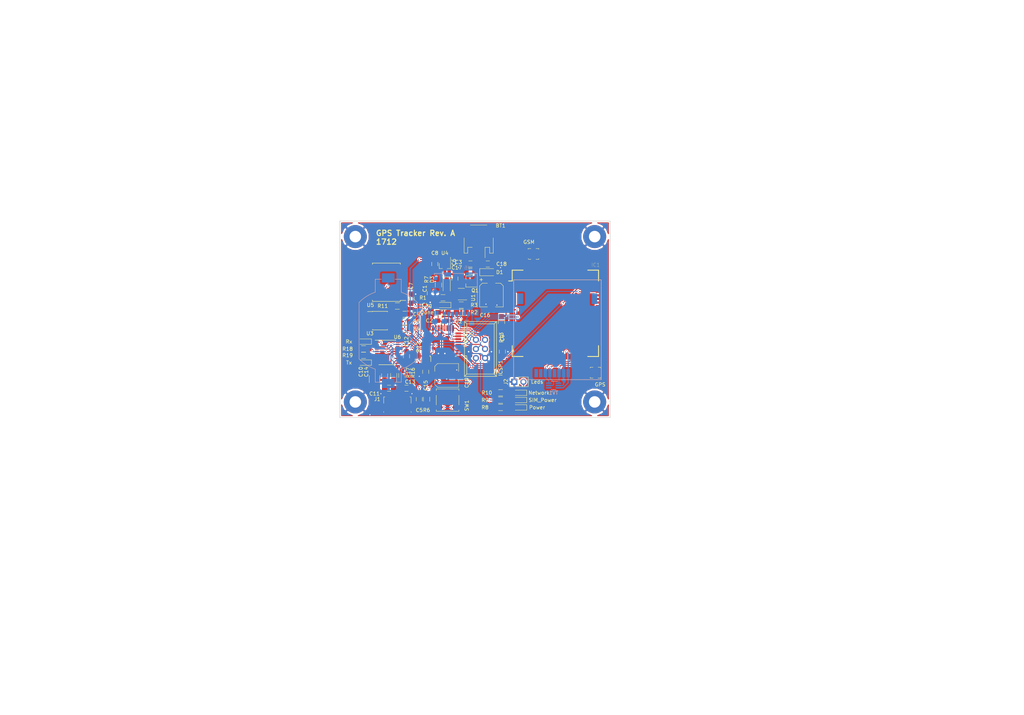
<source format=kicad_pcb>
(kicad_pcb (version 4) (host pcbnew 4.0.7)
  (layers (0 F.Cu signal) (31 B.Cu signal) (34 B.Paste user) (35 F.Paste user) (36 B.SilkS user) (37 F.SilkS user) (38 B.Mask user) (39 F.Mask user) (44 Edge.Cuts user))
  (net 0 "")
  (net 1 +BATT)
  (net 2 GND)
  (net 3 "Net-(BT2-Pad1)")
  (net 4 VBUS)
  (net 5 "Net-(C2-Pad1)")
  (net 6 +3V3)
  (net 7 /ARD_RST)
  (net 8 /DTR)
  (net 9 "Net-(C6-Pad1)")
  (net 10 /RTC_PWR)
  (net 11 "Net-(C9-Pad1)")
  (net 12 "Net-(C11-Pad1)")
  (net 13 "Net-(C12-Pad1)")
  (net 14 "Net-(C13-Pad1)")
  (net 15 +2V8)
  (net 16 /SIM808_P)
  (net 17 "Net-(IC1-Pad9)")
  (net 18 /SIM808_RI)
  (net 19 "Net-(IC1-Pad11)")
  (net 20 "Net-(IC1-Pad12)")
  (net 21 "Net-(IC1-Pad13)")
  (net 22 /ARD_HRX)
  (net 23 /ARD_HTX)
  (net 24 "Net-(IC1-Pad19)")
  (net 25 "Net-(IC1-Pad20)")
  (net 26 "Net-(IC1-Pad21)")
  (net 27 "Net-(IC1-Pad22)")
  (net 28 "Net-(IC1-Pad23)")
  (net 29 "Net-(IC1-Pad24)")
  (net 30 "Net-(IC1-Pad25)")
  (net 31 "Net-(IC1-Pad26)")
  (net 32 "Net-(IC1-Pad27)")
  (net 33 +1V8)
  (net 34 /SIMDATA)
  (net 35 /SIMCLK)
  (net 36 /SIMRST)
  (net 37 "Net-(IC1-Pad33)")
  (net 38 "Net-(IC1-Pad37)")
  (net 39 "Net-(IC1-Pad38)")
  (net 40 "Net-(IC1-Pad39)")
  (net 41 "Net-(IC1-Pad41)")
  (net 42 "Net-(IC1-Pad42)")
  (net 43 "Net-(IC1-Pad43)")
  (net 44 "Net-(IC1-Pad44)")
  (net 45 "Net-(IC1-Pad45)")
  (net 46 "Net-(IC1-Pad46)")
  (net 47 "Net-(IC1-Pad47)")
  (net 48 "Net-(IC1-Pad48)")
  (net 49 /SIM808_S)
  (net 50 /NETWORK_LED)
  (net 51 "Net-(IC1-Pad53)")
  (net 52 "Net-(IC1-Pad55)")
  (net 53 "Net-(IC1-Pad56)")
  (net 54 "Net-(IC1-Pad57)")
  (net 55 "Net-(IC1-Pad58)")
  (net 56 "Net-(IC1-Pad59)")
  (net 57 "Net-(IC1-Pad60)")
  (net 58 "Net-(IC1-Pad61)")
  (net 59 "Net-(IC1-Pad62)")
  (net 60 "Net-(IC1-Pad63)")
  (net 61 /ARD_MISO)
  (net 62 /ARD_SCK)
  (net 63 /ARD_MOSI)
  (net 64 "Net-(J1-Pad4)")
  (net 65 "Net-(J2-Pad2)")
  (net 66 "Net-(J3-Pad6)")
  (net 67 "Net-(J6-Pad8)")
  (net 68 /ARD_IO10)
  (net 69 "Net-(J6-Pad1)")
  (net 70 "Net-(R1-Pad1)")
  (net 71 "Net-(R2-Pad2)")
  (net 72 /SDA)
  (net 73 /SCL)
  (net 74 /WAKE_UP)
  (net 75 "Net-(R16-Pad1)")
  (net 76 "Net-(R17-Pad2)")
  (net 77 "Net-(R18-Pad1)")
  (net 78 "Net-(R19-Pad1)")
  (net 79 "Net-(U2-Pad7)")
  (net 80 "Net-(U2-Pad8)")
  (net 81 "Net-(U2-Pad11)")
  (net 82 "Net-(U2-Pad19)")
  (net 83 "Net-(U2-Pad22)")
  (net 84 "Net-(U2-Pad24)")
  (net 85 "Net-(U2-Pad25)")
  (net 86 "Net-(U2-Pad26)")
  (net 87 /ARD_RX)
  (net 88 /ARD_TX)
  (net 89 "Net-(U3-Pad7)")
  (net 90 "Net-(U5-Pad1)")
  (net 91 "Net-(U5-Pad4)")
  (net 92 "Net-(U6-Pad2)")
  (net 93 +3V3_FDTI)
  (net 94 "Net-(U6-Pad5)")
  (net 95 "Net-(U6-Pad7)")
  (net 96 "Net-(U6-Pad8)")
  (net 97 "Net-(U6-Pad18)")
  (net 98 "Net-(U6-Pad19)")
  (net 99 "Net-(LED1-Pad1)")
  (net 100 "Net-(LED2-Pad2)")
  (net 101 "Net-(LED3-Pad2)")
  (net 102 "Net-(LED4-Pad2)")
  (net 103 "Net-(LED5-Pad2)")
  (net 104 "Net-(LED6-Pad2)")
  (net 105 "Net-(LED7-Pad2)")
  (net 106 "Net-(U2-Pad2)")
  (net 107 "Net-(TV1-Pad4)")
  (net 108 +3.3VP)
  (net 109 /GPS)
  (net 110 /GSM)
  (module custom-conn:Via-0.6mm (layer F.Cu) (at 109.22 122.428)
    (fp_text reference VIA** hide)
    (fp_text value Via-0.6mm hide)
    (pad 1 thru_hole circle (at 0 0) (size 0.6 0.6) (drill 0.3) (layers *.Cu) (net 2 GND))
  )
  (module custom-conn:Via-0.6mm (layer F.Cu) (at 120.904 116.586)
    (fp_text reference VIA** hide)
    (fp_text value Via-0.6mm hide)
    (pad 1 thru_hole circle (at 0 0) (size 0.6 0.6) (drill 0.3) (layers *.Cu) (net 2 GND))
  )
  (module custom-conn:Via-0.6mm (layer F.Cu) (at 112.268 116.586)
    (fp_text reference VIA** hide)
    (fp_text value Via-0.6mm hide)
    (pad 1 thru_hole circle (at 0 0) (size 0.6 0.6) (drill 0.3) (layers *.Cu) (net 2 GND))
  )
  (module custom-conn:Via-0.6mm (layer F.Cu) (at 145.542 81.534)
    (fp_text reference VIA** hide)
    (fp_text value Via-0.6mm hide)
    (pad 1 thru_hole circle (at 0 0) (size 0.6 0.6) (drill 0.3) (layers *.Cu) (net 2 GND))
  )
  (module custom-conn:Via-0.6mm (layer F.Cu) (at 133.858 81.534)
    (fp_text reference VIA** hide)
    (fp_text value Via-0.6mm hide)
    (pad 1 thru_hole circle (at 0 0) (size 0.6 0.6) (drill 0.3) (layers *.Cu) (net 2 GND))
  )
  (module custom-conn:Via-0.6mm (layer F.Cu) (at 122.936 111.76)
    (fp_text reference VIA** hide)
    (fp_text value Via-0.6mm hide)
    (pad 1 thru_hole circle (at 0 0) (size 0.6 0.6) (drill 0.3) (layers *.Cu) (net 2 GND))
  )
  (module custom-conn:Via-0.6mm (layer F.Cu) (at 130.556 112.522)
    (fp_text reference VIA** hide)
    (fp_text value Via-0.6mm hide)
    (pad 1 thru_hole circle (at 0 0) (size 0.6 0.6) (drill 0.3) (layers *.Cu) (net 2 GND))
  )
  (module custom-conn:Via-0.6mm (layer F.Cu) (at 133.35 109.982)
    (fp_text reference VIA** hide)
    (fp_text value Via-0.6mm hide)
    (pad 1 thru_hole circle (at 0 0) (size 0.6 0.6) (drill 0.3) (layers *.Cu) (net 2 GND))
  )
  (module custom-conn:Via-0.6mm (layer F.Cu) (at 144.526 91.948)
    (fp_text reference VIA** hide)
    (fp_text value Via-0.6mm hide)
    (pad 1 thru_hole circle (at 0 0) (size 0.6 0.6) (drill 0.3) (layers *.Cu) (net 2 GND))
  )
  (module Mounting_Holes:MountingHole_3.2mm_M3_Pad (layer F.Cu) (at 171.704 118.872)
    (fp_text reference REF** hide)
    (fp_text value MountingHole_3.2mm_M3_Pad hide)
    (pad 1 thru_hole circle (at 0 0) (size 6.4 6.4) (drill 3.2) (layers *.Cu *.Mask) (net 2 GND))
  )
  (module Mounting_Holes:MountingHole_3.2mm_M3_Pad (layer F.Cu) (at 171.704 72.898)
    (fp_text reference REF** hide)
    (fp_text value MountingHole_3.2mm_M3_Pad hide)
    (pad 1 thru_hole circle (at 0 0) (size 6.4 6.4) (drill 3.2) (layers *.Cu *.Mask) (net 2 GND))
  )
  (module Mounting_Holes:MountingHole_3.2mm_M3_Pad (layer F.Cu) (at 105.156 118.872)
    (fp_text reference REF** hide)
    (fp_text value MountingHole_3.2mm_M3_Pad hide)
    (pad 1 thru_hole circle (at 0 0) (size 6.4 6.4) (drill 3.2) (layers *.Cu *.Mask) (net 2 GND))
  )
  (module 104031-0811:MOLEX_104031-0811 (layer B.Cu) (at 133.096 89.154 180)
    (fp_text reference J6 (at -3.18735 7.64968 180) (layer B.SilkS) (effects (font (size 1.0039 1.0039) (thickness 0.05)) (justify mirror)))
    (fp_text value Micro_SD_Card hide)
    (pad 8 smd rect (at -4.545 -5.2 180) (size 0.75 1.1) (layers B.Cu B.Paste B.Mask) (net 67 "Net-(J6-Pad8)"))
    (pad 7 smd rect (at -3.495 -5.2 180) (size 0.85 1.1) (layers B.Cu B.Paste B.Mask) (net 61 /ARD_MISO))
    (pad 6 smd rect (at -2.395 -5.2 180) (size 0.85 1.1) (layers B.Cu B.Paste B.Mask) (net 2 GND))
    (pad 5 smd rect (at -1.295 -5.2 180) (size 0.85 1.1) (layers B.Cu B.Paste B.Mask) (net 62 /ARD_SCK))
    (pad 4 smd rect (at -0.195 -5.2 180) (size 0.85 1.1) (layers B.Cu B.Paste B.Mask) (net 6 +3V3))
    (pad 3 smd rect (at 0.905 -5.2 180) (size 0.85 1.1) (layers B.Cu B.Paste B.Mask) (net 63 /ARD_MOSI))
    (pad 2 smd rect (at 2.005 -5.2 180) (size 0.875 1.1) (layers B.Cu B.Paste B.Mask) (net 68 /ARD_IO10))
    (pad 1 smd rect (at 3.105 -5.2 180) (size 0.85 1.1) (layers B.Cu B.Paste B.Mask) (net 69 "Net-(J6-Pad1)"))
    (pad 9 smd rect (at 5.74 0.95 180) (size 1.2 1) (layers B.Cu B.Paste B.Mask) (net 2 GND))
    (pad 10 smd rect (at 5.74 4.65 180) (size 1.2 1) (layers B.Cu B.Paste B.Mask))
    (pad G3 smd rect (at -3.73 5.625 180) (size 1.9 1.35) (layers B.Cu B.Paste B.Mask))
    (pad G4 smd rect (at 2.24 5.625 180) (size 1.9 1.35) (layers B.Cu B.Paste B.Mask))
    (pad G2 smd rect (at -5.755 -4.85 180) (size 1.17 1.8) (layers B.Cu B.Paste B.Mask))
    (pad G1 smd rect (at 5.565 -5.075 180) (size 1.55 1.35) (layers B.Cu B.Paste B.Mask))
  )
  (module custom-conn:VASCH3x2 (layer F.Cu) (at 139.954 104.14 270)
    (fp_text reference ICSP1 (at 5.334 -5.588 450) (layer F.SilkS))
    (fp_text value CONN_02X03 hide)
    (pad 1 thru_hole circle (at -2.54 1.27 270) (size 1.7272 1.7272) (drill 1.016) (layers *.Cu *.Mask) (net 61 /ARD_MISO))
    (pad 2 thru_hole circle (at -2.54 -1.27 270) (size 1.7272 1.7272) (drill 1.016) (layers *.Cu *.Mask) (net 6 +3V3))
    (pad 3 thru_hole circle (at 0 1.27 270) (size 1.7272 1.7272) (drill 1.016) (layers *.Cu *.Mask) (net 62 /ARD_SCK))
    (pad 4 thru_hole circle (at 0 -1.27 270) (size 1.7272 1.7272) (drill 1.016) (layers *.Cu *.Mask) (net 63 /ARD_MOSI))
    (pad 5 thru_hole circle (at 2.54 1.27 270) (size 1.7272 1.7272) (drill 1.016) (layers *.Cu *.Mask) (net 7 /ARD_RST))
    (pad 6 thru_hole circle (at 2.54 -1.27 270) (size 1.7272 1.7272) (drill 1.016) (layers *.Cu *.Mask) (net 2 GND))
  )
  (module Housings_SOIC:SOIC-16W_7.5x10.3mm_Pitch1.27mm (layer F.Cu) (at 113.792 85.598 180)
    (fp_text reference U5 (at 4.445 -6.35 360) (layer F.SilkS))
    (fp_text value DS3231SN hide)
    (pad 1 smd rect (at -4.65 -4.445 180) (size 1.5 0.6) (layers F.Cu F.Paste F.Mask) (net 90 "Net-(U5-Pad1)"))
    (pad 2 smd rect (at -4.65 -3.175 180) (size 1.5 0.6) (layers F.Cu F.Paste F.Mask) (net 108 +3.3VP))
    (pad 3 smd rect (at -4.65 -1.905 180) (size 1.5 0.6) (layers F.Cu F.Paste F.Mask) (net 74 /WAKE_UP))
    (pad 4 smd rect (at -4.65 -0.635 180) (size 1.5 0.6) (layers F.Cu F.Paste F.Mask) (net 91 "Net-(U5-Pad4)"))
    (pad 5 smd rect (at -4.65 0.635 180) (size 1.5 0.6) (layers F.Cu F.Paste F.Mask) (net 2 GND))
    (pad 6 smd rect (at -4.65 1.905 180) (size 1.5 0.6) (layers F.Cu F.Paste F.Mask) (net 2 GND))
    (pad 7 smd rect (at -4.65 3.175 180) (size 1.5 0.6) (layers F.Cu F.Paste F.Mask) (net 2 GND))
    (pad 8 smd rect (at -4.65 4.445 180) (size 1.5 0.6) (layers F.Cu F.Paste F.Mask) (net 2 GND))
    (pad 9 smd rect (at 4.65 4.445 180) (size 1.5 0.6) (layers F.Cu F.Paste F.Mask) (net 2 GND))
    (pad 10 smd rect (at 4.65 3.175 180) (size 1.5 0.6) (layers F.Cu F.Paste F.Mask) (net 2 GND))
    (pad 11 smd rect (at 4.65 1.905 180) (size 1.5 0.6) (layers F.Cu F.Paste F.Mask) (net 2 GND))
    (pad 12 smd rect (at 4.65 0.635 180) (size 1.5 0.6) (layers F.Cu F.Paste F.Mask) (net 2 GND))
    (pad 13 smd rect (at 4.65 -0.635 180) (size 1.5 0.6) (layers F.Cu F.Paste F.Mask) (net 2 GND))
    (pad 14 smd rect (at 4.65 -1.905 180) (size 1.5 0.6) (layers F.Cu F.Paste F.Mask) (net 3 "Net-(BT2-Pad1)"))
    (pad 15 smd rect (at 4.65 -3.175 180) (size 1.5 0.6) (layers F.Cu F.Paste F.Mask) (net 72 /SDA))
    (pad 16 smd rect (at 4.65 -4.445 180) (size 1.5 0.6) (layers F.Cu F.Paste F.Mask) (net 73 /SCL))
  )
  (module Capacitors_SMD:C_0805_HandSoldering (layer F.Cu) (at 113.284 111.506 270)
    (fp_text reference C14 (at -1.016 5.08 450) (layer F.SilkS))
    (fp_text value 0.1uF hide)
    (pad 1 smd rect (at -1.25 0 270) (size 1.5 1.25) (layers F.Cu F.Paste F.Mask) (net 4 VBUS))
    (pad 2 smd rect (at 1.25 0 270) (size 1.5 1.25) (layers F.Cu F.Paste F.Mask) (net 2 GND))
  )
  (module Resistors_SMD:R_0805_HandSoldering (layer F.Cu) (at 134.62 91.948)
    (fp_text reference R3 (at 3.556 0 180) (layer F.SilkS))
    (fp_text value 470R hide)
    (pad 1 smd rect (at -1.35 0) (size 1.5 1.3) (layers F.Cu F.Paste F.Mask) (net 99 "Net-(LED1-Pad1)"))
    (pad 2 smd rect (at 1.35 0) (size 1.5 1.3) (layers F.Cu F.Paste F.Mask) (net 71 "Net-(R2-Pad2)"))
  )
  (module Capacitors_SMD:C_0805_HandSoldering (layer F.Cu) (at 122.936 118.11 90)
    (fp_text reference C5 (at -3.048 0 180) (layer F.SilkS))
    (fp_text value 0.1uF hide)
    (pad 1 smd rect (at -1.25 0 90) (size 1.5 1.25) (layers F.Cu F.Paste F.Mask) (net 7 /ARD_RST))
    (pad 2 smd rect (at 1.25 0 90) (size 1.5 1.25) (layers F.Cu F.Paste F.Mask) (net 8 /DTR))
  )
  (module Housings_QFP:TQFP-32_7x7mm_Pitch0.8mm (layer F.Cu) (at 129.54 102.616 90)
    (fp_text reference U2 (at 6.096 4.318 180) (layer F.SilkS))
    (fp_text value ATMEGA328P-AU hide)
    (pad 1 smd rect (at -4.25 -2.8 90) (size 1.6 0.55) (layers F.Cu F.Paste F.Mask) (net 74 /WAKE_UP))
    (pad 2 smd rect (at -4.25 -2 90) (size 1.6 0.55) (layers F.Cu F.Paste F.Mask) (net 106 "Net-(U2-Pad2)"))
    (pad 3 smd rect (at -4.25 -1.2 90) (size 1.6 0.55) (layers F.Cu F.Paste F.Mask) (net 2 GND))
    (pad 4 smd rect (at -4.25 -0.4 90) (size 1.6 0.55) (layers F.Cu F.Paste F.Mask) (net 6 +3V3))
    (pad 5 smd rect (at -4.25 0.4 90) (size 1.6 0.55) (layers F.Cu F.Paste F.Mask) (net 2 GND))
    (pad 6 smd rect (at -4.25 1.2 90) (size 1.6 0.55) (layers F.Cu F.Paste F.Mask) (net 6 +3V3))
    (pad 7 smd rect (at -4.25 2 90) (size 1.6 0.55) (layers F.Cu F.Paste F.Mask) (net 79 "Net-(U2-Pad7)"))
    (pad 8 smd rect (at -4.25 2.8 90) (size 1.6 0.55) (layers F.Cu F.Paste F.Mask) (net 80 "Net-(U2-Pad8)"))
    (pad 9 smd rect (at -2.8 4.25 180) (size 1.6 0.55) (layers F.Cu F.Paste F.Mask) (net 23 /ARD_HTX))
    (pad 10 smd rect (at -2 4.25 180) (size 1.6 0.55) (layers F.Cu F.Paste F.Mask) (net 22 /ARD_HRX))
    (pad 11 smd rect (at -1.2 4.25 180) (size 1.6 0.55) (layers F.Cu F.Paste F.Mask) (net 81 "Net-(U2-Pad11)"))
    (pad 12 smd rect (at -0.4 4.25 180) (size 1.6 0.55) (layers F.Cu F.Paste F.Mask) (net 49 /SIM808_S))
    (pad 13 smd rect (at 0.4 4.25 180) (size 1.6 0.55) (layers F.Cu F.Paste F.Mask) (net 16 /SIM808_P))
    (pad 14 smd rect (at 1.2 4.25 180) (size 1.6 0.55) (layers F.Cu F.Paste F.Mask) (net 68 /ARD_IO10))
    (pad 15 smd rect (at 2 4.25 180) (size 1.6 0.55) (layers F.Cu F.Paste F.Mask) (net 63 /ARD_MOSI))
    (pad 16 smd rect (at 2.8 4.25 180) (size 1.6 0.55) (layers F.Cu F.Paste F.Mask) (net 61 /ARD_MISO))
    (pad 17 smd rect (at 4.25 2.8 90) (size 1.6 0.55) (layers F.Cu F.Paste F.Mask) (net 62 /ARD_SCK))
    (pad 18 smd rect (at 4.25 2 90) (size 1.6 0.55) (layers F.Cu F.Paste F.Mask) (net 6 +3V3))
    (pad 19 smd rect (at 4.25 1.2 90) (size 1.6 0.55) (layers F.Cu F.Paste F.Mask) (net 82 "Net-(U2-Pad19)"))
    (pad 20 smd rect (at 4.25 0.4 90) (size 1.6 0.55) (layers F.Cu F.Paste F.Mask) (net 5 "Net-(C2-Pad1)"))
    (pad 21 smd rect (at 4.25 -0.4 90) (size 1.6 0.55) (layers F.Cu F.Paste F.Mask) (net 2 GND))
    (pad 22 smd rect (at 4.25 -1.2 90) (size 1.6 0.55) (layers F.Cu F.Paste F.Mask) (net 83 "Net-(U2-Pad22)"))
    (pad 23 smd rect (at 4.25 -2 90) (size 1.6 0.55) (layers F.Cu F.Paste F.Mask) (net 10 /RTC_PWR))
    (pad 24 smd rect (at 4.25 -2.8 90) (size 1.6 0.55) (layers F.Cu F.Paste F.Mask) (net 84 "Net-(U2-Pad24)"))
    (pad 25 smd rect (at 2.8 -4.25 180) (size 1.6 0.55) (layers F.Cu F.Paste F.Mask) (net 85 "Net-(U2-Pad25)"))
    (pad 26 smd rect (at 2 -4.25 180) (size 1.6 0.55) (layers F.Cu F.Paste F.Mask) (net 86 "Net-(U2-Pad26)"))
    (pad 27 smd rect (at 1.2 -4.25 180) (size 1.6 0.55) (layers F.Cu F.Paste F.Mask) (net 72 /SDA))
    (pad 28 smd rect (at 0.4 -4.25 180) (size 1.6 0.55) (layers F.Cu F.Paste F.Mask) (net 73 /SCL))
    (pad 29 smd rect (at -0.4 -4.25 180) (size 1.6 0.55) (layers F.Cu F.Paste F.Mask) (net 7 /ARD_RST))
    (pad 30 smd rect (at -1.2 -4.25 180) (size 1.6 0.55) (layers F.Cu F.Paste F.Mask) (net 87 /ARD_RX))
    (pad 31 smd rect (at -2 -4.25 180) (size 1.6 0.55) (layers F.Cu F.Paste F.Mask) (net 88 /ARD_TX))
    (pad 32 smd rect (at -2.8 -4.25 180) (size 1.6 0.55) (layers F.Cu F.Paste F.Mask) (net 18 /SIM808_RI))
  )
  (module Resistors_SMD:R_0805_HandSoldering (layer F.Cu) (at 118.11 111.506 270)
    (fp_text reference R16 (at -0.762 -3.048 450) (layer F.SilkS))
    (fp_text value 27R hide)
    (pad 1 smd rect (at -1.35 0 270) (size 1.5 1.3) (layers F.Cu F.Paste F.Mask) (net 75 "Net-(R16-Pad1)"))
    (pad 2 smd rect (at 1.35 0 270) (size 1.5 1.3) (layers F.Cu F.Paste F.Mask) (net 14 "Net-(C13-Pad1)"))
  )
  (module Connectors_JST:JST_PH_S2B-PH-SM4-TB_02x2.00mm_Angled (layer F.Cu) (at 139.446 74.168 180)
    (fp_text reference BT1 (at -6.096 4.318 180) (layer F.SilkS))
    (fp_text value "External battery" hide)
    (pad 1 smd rect (at -1 -2.875 180) (size 1 3.5) (layers F.Cu F.Paste F.Mask) (net 1 +BATT))
    (pad 2 smd rect (at 1 -2.875 180) (size 1 3.5) (layers F.Cu F.Paste F.Mask) (net 2 GND))
    (pad "" smd rect (at -3.35 2.875 180) (size 1.5 3.4) (layers F.Cu F.Paste F.Mask))
    (pad "" smd rect (at 3.35 2.875 180) (size 1.5 3.4) (layers F.Cu F.Paste F.Mask))
  )
  (module Battery_Holders:Keystone_1058_1x2032-CoinCell (layer B.Cu) (at 114.3 99.06 270)
    (fp_text reference BT2 (at 0 -7.62 270) (layer B.SilkS) (effects (justify mirror)))
    (fp_text value "Backup battery")
    (pad 1 smd rect (at -14.68 0 270) (size 2.54 3.51) (layers B.Cu B.Paste B.Mask) (net 3 "Net-(BT2-Pad1)"))
    (pad 2 smd rect (at 14.68 0 270) (size 2.54 3.51) (layers B.Cu B.Paste B.Mask) (net 2 GND))
  )
  (module Capacitors_SMD:C_0805_HandSoldering (layer F.Cu) (at 125.984 88.646 90)
    (fp_text reference C1 (at 1.27 -1.524 90) (layer F.SilkS))
    (fp_text value 4.7uF hide)
    (pad 1 smd rect (at -1.25 0 90) (size 1.5 1.25) (layers F.Cu F.Paste F.Mask) (net 2 GND))
    (pad 2 smd rect (at 1.25 0 90) (size 1.5 1.25) (layers F.Cu F.Paste F.Mask) (net 4 VBUS))
  )
  (module Capacitors_SMD:C_0805_HandSoldering (layer F.Cu) (at 129.286 96.266 180)
    (fp_text reference C2 (at 3.556 0 180) (layer F.SilkS))
    (fp_text value 0.1uF hide)
    (pad 1 smd rect (at -1.25 0 180) (size 1.5 1.25) (layers F.Cu F.Paste F.Mask) (net 5 "Net-(C2-Pad1)"))
    (pad 2 smd rect (at 1.25 0 180) (size 1.5 1.25) (layers F.Cu F.Paste F.Mask) (net 2 GND))
  )
  (module Capacitors_SMD:C_0805_HandSoldering (layer F.Cu) (at 137.16 80.518 180)
    (fp_text reference C3 (at 3.302 0.508 180) (layer F.SilkS))
    (fp_text value 4.7uF hide)
    (pad 1 smd rect (at -1.25 0 180) (size 1.5 1.25) (layers F.Cu F.Paste F.Mask) (net 1 +BATT))
    (pad 2 smd rect (at 1.25 0 180) (size 1.5 1.25) (layers F.Cu F.Paste F.Mask) (net 2 GND))
  )
  (module Capacitors_SMD:C_0805_HandSoldering (layer F.Cu) (at 118.872 94.488)
    (fp_text reference C4 (at 3.302 0) (layer F.SilkS))
    (fp_text value 0.1uF hide)
    (pad 1 smd rect (at -1.25 0) (size 1.5 1.25) (layers F.Cu F.Paste F.Mask) (net 108 +3.3VP))
    (pad 2 smd rect (at 1.25 0) (size 1.5 1.25) (layers F.Cu F.Paste F.Mask) (net 2 GND))
  )
  (module Capacitors_SMD:C_0805_HandSoldering (layer F.Cu) (at 132.842 84.582 90)
    (fp_text reference C6 (at 4.572 -0.254 270) (layer F.SilkS))
    (fp_text value 1uF hide)
    (pad 1 smd rect (at -1.25 0 90) (size 1.5 1.25) (layers F.Cu F.Paste F.Mask) (net 9 "Net-(C6-Pad1)"))
    (pad 2 smd rect (at 1.25 0 90) (size 1.5 1.25) (layers F.Cu F.Paste F.Mask) (net 2 GND))
  )
  (module Capacitors_SMD:C_0805_HandSoldering (layer F.Cu) (at 120.65 90.17 90)
    (fp_text reference C7 (at 3.556 0 90) (layer F.SilkS))
    (fp_text value 0.1uF hide)
    (pad 1 smd rect (at -1.25 0 90) (size 1.5 1.25) (layers F.Cu F.Paste F.Mask) (net 10 /RTC_PWR))
    (pad 2 smd rect (at 1.25 0 90) (size 1.5 1.25) (layers F.Cu F.Paste F.Mask) (net 2 GND))
  )
  (module Capacitors_SMD:C_0805_HandSoldering (layer F.Cu) (at 127.254 80.518 270)
    (fp_text reference C8 (at -3.048 0 360) (layer F.SilkS))
    (fp_text value 1uF hide)
    (pad 1 smd rect (at -1.25 0 270) (size 1.5 1.25) (layers F.Cu F.Paste F.Mask) (net 6 +3V3))
    (pad 2 smd rect (at 1.25 0 270) (size 1.5 1.25) (layers F.Cu F.Paste F.Mask) (net 2 GND))
  )
  (module Capacitors_SMD:C_0805_HandSoldering (layer F.Cu) (at 146.05 104.902 90)
    (fp_text reference C9 (at 3.81 0 90) (layer F.SilkS))
    (fp_text value 10uF hide)
    (pad 1 smd rect (at -1.25 0 90) (size 1.5 1.25) (layers F.Cu F.Paste F.Mask) (net 11 "Net-(C9-Pad1)"))
    (pad 2 smd rect (at 1.25 0 90) (size 1.5 1.25) (layers F.Cu F.Paste F.Mask) (net 2 GND))
  )
  (module Capacitors_SMD:C_1210_HandSoldering (layer F.Cu) (at 110.49 112.522 270)
    (fp_text reference C10 (at -2.032 3.81 270) (layer F.SilkS))
    (fp_text value 4.7uF hide)
    (pad 1 smd rect (at -2 0 270) (size 2 2.5) (layers F.Cu F.Paste F.Mask) (net 4 VBUS))
    (pad 2 smd rect (at 2 0 270) (size 2 2.5) (layers F.Cu F.Paste F.Mask) (net 2 GND))
  )
  (module Capacitors_SMD:C_0805_HandSoldering (layer F.Cu) (at 114.554 115.062 180)
    (fp_text reference C11 (at 4.064 -1.524 180) (layer F.SilkS))
    (fp_text value 47pF hide)
    (pad 1 smd rect (at -1.25 0 180) (size 1.5 1.25) (layers F.Cu F.Paste F.Mask) (net 12 "Net-(C11-Pad1)"))
    (pad 2 smd rect (at 1.25 0 180) (size 1.5 1.25) (layers F.Cu F.Paste F.Mask) (net 2 GND))
  )
  (module Capacitors_SMD:C_0805_HandSoldering (layer F.Cu) (at 119.38 106.172 90)
    (fp_text reference C12 (at 4.064 0 90) (layer F.SilkS))
    (fp_text value 0.1uF hide)
    (pad 1 smd rect (at -1.25 0 90) (size 1.5 1.25) (layers F.Cu F.Paste F.Mask) (net 13 "Net-(C12-Pad1)"))
    (pad 2 smd rect (at 1.25 0 90) (size 1.5 1.25) (layers F.Cu F.Paste F.Mask) (net 2 GND))
  )
  (module Capacitors_SMD:C_0805_HandSoldering (layer F.Cu) (at 119.38 115.062)
    (fp_text reference C13 (at 1.016 -1.778) (layer F.SilkS))
    (fp_text value 47pF hide)
    (pad 1 smd rect (at -1.25 0) (size 1.5 1.25) (layers F.Cu F.Paste F.Mask) (net 14 "Net-(C13-Pad1)"))
    (pad 2 smd rect (at 1.25 0) (size 1.5 1.25) (layers F.Cu F.Paste F.Mask) (net 2 GND))
  )
  (module Diodes_SMD:D_SOD-123 (layer F.Cu) (at 130.556 86.36 270)
    (fp_text reference D3 (at -1.524 4.064 450) (layer F.SilkS))
    (fp_text value B130LAW hide)
    (pad 1 smd rect (at -1.65 0 270) (size 0.9 1.2) (layers F.Cu F.Paste F.Mask) (net 9 "Net-(C6-Pad1)"))
    (pad 2 smd rect (at 1.65 0 270) (size 0.9 1.2) (layers F.Cu F.Paste F.Mask) (net 4 VBUS))
  )
  (module SIM808:QFN100P2400X2400X260-68N (layer F.Cu) (at 160.782 94.234)
    (fp_text reference IC1 (at 11.176 -13.462) (layer F.SilkS) (effects (font (size 1.00176 1.00176) (thickness 0.05))))
    (fp_text value SIM808 hide)
    (pad 1 smd rect (at -12 -8) (size 1.6 0.6) (layers F.Cu F.Paste F.Mask) (net 2 GND))
    (pad 2 smd rect (at -12 -7) (size 1.6 0.6) (layers F.Cu F.Paste F.Mask) (net 2 GND))
    (pad 3 smd rect (at -12 -6) (size 1.6 0.6) (layers F.Cu F.Paste F.Mask) (net 2 GND))
    (pad 4 smd rect (at -12 -5) (size 1.6 0.6) (layers F.Cu F.Paste F.Mask) (net 1 +BATT))
    (pad 5 smd rect (at -12 -4) (size 1.6 0.6) (layers F.Cu F.Paste F.Mask) (net 1 +BATT))
    (pad 6 smd rect (at -12 -3) (size 1.6 0.6) (layers F.Cu F.Paste F.Mask) (net 1 +BATT))
    (pad 7 smd rect (at -12 -2) (size 1.6 0.6) (layers F.Cu F.Paste F.Mask) (net 15 +2V8))
    (pad 8 smd rect (at -12 -1) (size 1.6 0.6) (layers F.Cu F.Paste F.Mask) (net 16 /SIM808_P))
    (pad 9 smd rect (at -12 0) (size 1.6 0.6) (layers F.Cu F.Paste F.Mask) (net 17 "Net-(IC1-Pad9)"))
    (pad 10 smd rect (at -12 1) (size 1.6 0.6) (layers F.Cu F.Paste F.Mask) (net 18 /SIM808_RI))
    (pad 11 smd rect (at -12 2) (size 1.6 0.6) (layers F.Cu F.Paste F.Mask) (net 19 "Net-(IC1-Pad11)"))
    (pad 12 smd rect (at -12 3) (size 1.6 0.6) (layers F.Cu F.Paste F.Mask) (net 20 "Net-(IC1-Pad12)"))
    (pad 13 smd rect (at -12 4) (size 1.6 0.6) (layers F.Cu F.Paste F.Mask) (net 21 "Net-(IC1-Pad13)"))
    (pad 14 smd rect (at -12 5) (size 1.6 0.6) (layers F.Cu F.Paste F.Mask) (net 22 /ARD_HRX))
    (pad 15 smd rect (at -12 6) (size 1.6 0.6) (layers F.Cu F.Paste F.Mask) (net 23 /ARD_HTX))
    (pad 16 smd rect (at -12 7) (size 1.6 0.6) (layers F.Cu F.Paste F.Mask) (net 7 /ARD_RST))
    (pad 17 smd rect (at -12 8) (size 1.6 0.6) (layers F.Cu F.Paste F.Mask) (net 11 "Net-(C9-Pad1)"))
    (pad 18 smd rect (at -8 12 90) (size 1.6 0.6) (layers F.Cu F.Paste F.Mask) (net 2 GND))
    (pad 19 smd rect (at -7 12 90) (size 1.6 0.6) (layers F.Cu F.Paste F.Mask) (net 24 "Net-(IC1-Pad19)"))
    (pad 20 smd rect (at -6 12 90) (size 1.6 0.6) (layers F.Cu F.Paste F.Mask) (net 25 "Net-(IC1-Pad20)"))
    (pad 21 smd rect (at -5 12 90) (size 1.6 0.6) (layers F.Cu F.Paste F.Mask) (net 26 "Net-(IC1-Pad21)"))
    (pad 22 smd rect (at -4 12 90) (size 1.6 0.6) (layers F.Cu F.Paste F.Mask) (net 27 "Net-(IC1-Pad22)"))
    (pad 23 smd rect (at -3 12 90) (size 1.6 0.6) (layers F.Cu F.Paste F.Mask) (net 28 "Net-(IC1-Pad23)"))
    (pad 24 smd rect (at -2 12 90) (size 1.6 0.6) (layers F.Cu F.Paste F.Mask) (net 29 "Net-(IC1-Pad24)"))
    (pad 25 smd rect (at -1 12 90) (size 1.6 0.6) (layers F.Cu F.Paste F.Mask) (net 30 "Net-(IC1-Pad25)"))
    (pad 26 smd rect (at 0 12 90) (size 1.6 0.6) (layers F.Cu F.Paste F.Mask) (net 31 "Net-(IC1-Pad26)"))
    (pad 27 smd rect (at 1 12 90) (size 1.6 0.6) (layers F.Cu F.Paste F.Mask) (net 32 "Net-(IC1-Pad27)"))
    (pad 28 smd rect (at 2 12 90) (size 1.6 0.6) (layers F.Cu F.Paste F.Mask) (net 2 GND))
    (pad 29 smd rect (at 3 12 90) (size 1.6 0.6) (layers F.Cu F.Paste F.Mask) (net 33 +1V8))
    (pad 30 smd rect (at 4 12 90) (size 1.6 0.6) (layers F.Cu F.Paste F.Mask) (net 34 /SIMDATA))
    (pad 31 smd rect (at 5 12 90) (size 1.6 0.6) (layers F.Cu F.Paste F.Mask) (net 35 /SIMCLK))
    (pad 32 smd rect (at 6 12 90) (size 1.6 0.6) (layers F.Cu F.Paste F.Mask) (net 36 /SIMRST))
    (pad 33 smd rect (at 7 12 90) (size 1.6 0.6) (layers F.Cu F.Paste F.Mask) (net 37 "Net-(IC1-Pad33)"))
    (pad 34 smd rect (at 8 12 90) (size 1.6 0.6) (layers F.Cu F.Paste F.Mask) (net 2 GND))
    (pad 35 smd rect (at 12 8 180) (size 1.6 0.6) (layers F.Cu F.Paste F.Mask) (net 109 /GPS))
    (pad 36 smd rect (at 12 7 180) (size 1.6 0.6) (layers F.Cu F.Paste F.Mask) (net 2 GND))
    (pad 37 smd rect (at 12 6 180) (size 1.6 0.6) (layers F.Cu F.Paste F.Mask) (net 38 "Net-(IC1-Pad37)"))
    (pad 38 smd rect (at 12 5 180) (size 1.6 0.6) (layers F.Cu F.Paste F.Mask) (net 39 "Net-(IC1-Pad38)"))
    (pad 39 smd rect (at 12 4 180) (size 1.6 0.6) (layers F.Cu F.Paste F.Mask) (net 40 "Net-(IC1-Pad39)"))
    (pad 40 smd rect (at 12 3 180) (size 1.6 0.6) (layers F.Cu F.Paste F.Mask) (net 2 GND))
    (pad 41 smd rect (at 12 2 180) (size 1.6 0.6) (layers F.Cu F.Paste F.Mask) (net 41 "Net-(IC1-Pad41)"))
    (pad 42 smd rect (at 12 1 180) (size 1.6 0.6) (layers F.Cu F.Paste F.Mask) (net 42 "Net-(IC1-Pad42)"))
    (pad 43 smd rect (at 12 0 180) (size 1.6 0.6) (layers F.Cu F.Paste F.Mask) (net 43 "Net-(IC1-Pad43)"))
    (pad 44 smd rect (at 12 -1 180) (size 1.6 0.6) (layers F.Cu F.Paste F.Mask) (net 44 "Net-(IC1-Pad44)"))
    (pad 45 smd rect (at 12 -2 180) (size 1.6 0.6) (layers F.Cu F.Paste F.Mask) (net 45 "Net-(IC1-Pad45)"))
    (pad 46 smd rect (at 12 -3 180) (size 1.6 0.6) (layers F.Cu F.Paste F.Mask) (net 46 "Net-(IC1-Pad46)"))
    (pad 47 smd rect (at 12 -4 180) (size 1.6 0.6) (layers F.Cu F.Paste F.Mask) (net 47 "Net-(IC1-Pad47)"))
    (pad 48 smd rect (at 12 -5 180) (size 1.6 0.6) (layers F.Cu F.Paste F.Mask) (net 48 "Net-(IC1-Pad48)"))
    (pad 49 smd rect (at 12 -6 180) (size 1.6 0.6) (layers F.Cu F.Paste F.Mask) (net 49 /SIM808_S))
    (pad 50 smd rect (at 12 -7 180) (size 1.6 0.6) (layers F.Cu F.Paste F.Mask) (net 50 /NETWORK_LED))
    (pad 51 smd rect (at 12 -8 180) (size 1.6 0.6) (layers F.Cu F.Paste F.Mask) (net 2 GND))
    (pad 52 smd rect (at 8 -12 270) (size 1.6 0.6) (layers F.Cu F.Paste F.Mask) (net 2 GND))
    (pad 53 smd rect (at 7 -12 270) (size 1.6 0.6) (layers F.Cu F.Paste F.Mask) (net 51 "Net-(IC1-Pad53)"))
    (pad 54 smd rect (at 6 -12 270) (size 1.6 0.6) (layers F.Cu F.Paste F.Mask) (net 2 GND))
    (pad 55 smd rect (at 5 -12 270) (size 1.6 0.6) (layers F.Cu F.Paste F.Mask) (net 52 "Net-(IC1-Pad55)"))
    (pad 56 smd rect (at 4 -12 270) (size 1.6 0.6) (layers F.Cu F.Paste F.Mask) (net 53 "Net-(IC1-Pad56)"))
    (pad 57 smd rect (at 3 -12 270) (size 1.6 0.6) (layers F.Cu F.Paste F.Mask) (net 54 "Net-(IC1-Pad57)"))
    (pad 58 smd rect (at 2 -12 270) (size 1.6 0.6) (layers F.Cu F.Paste F.Mask) (net 55 "Net-(IC1-Pad58)"))
    (pad 59 smd rect (at 1 -12 270) (size 1.6 0.6) (layers F.Cu F.Paste F.Mask) (net 56 "Net-(IC1-Pad59)"))
    (pad 60 smd rect (at 0 -12 270) (size 1.6 0.6) (layers F.Cu F.Paste F.Mask) (net 57 "Net-(IC1-Pad60)"))
    (pad 61 smd rect (at -1 -12 270) (size 1.6 0.6) (layers F.Cu F.Paste F.Mask) (net 58 "Net-(IC1-Pad61)"))
    (pad 62 smd rect (at -2 -12 270) (size 1.6 0.6) (layers F.Cu F.Paste F.Mask) (net 59 "Net-(IC1-Pad62)"))
    (pad 63 smd rect (at -3 -12 270) (size 1.6 0.6) (layers F.Cu F.Paste F.Mask) (net 60 "Net-(IC1-Pad63)"))
    (pad 64 smd rect (at -4 -12 270) (size 1.6 0.6) (layers F.Cu F.Paste F.Mask) (net 2 GND))
    (pad 65 smd rect (at -5 -12 270) (size 1.6 0.6) (layers F.Cu F.Paste F.Mask) (net 2 GND))
    (pad 66 smd rect (at -6 -12 270) (size 1.6 0.6) (layers F.Cu F.Paste F.Mask) (net 110 /GSM))
    (pad 67 smd rect (at -7 -12 270) (size 1.6 0.6) (layers F.Cu F.Paste F.Mask) (net 2 GND))
    (pad 68 smd rect (at -8 -12 270) (size 1.6 0.6) (layers F.Cu F.Paste F.Mask) (net 2 GND))
  )
  (module Connectors_USB:USB_Micro-B_Molex_47346-0001 (layer F.Cu) (at 116.84 120.396)
    (fp_text reference J1 (at -5.588 -2.286 180) (layer F.SilkS))
    (fp_text value "Molex 47346-0001" hide)
    (pad 1 smd rect (at -1.3 -2.66) (size 0.45 1.38) (layers F.Cu F.Paste F.Mask) (net 4 VBUS))
    (pad 2 smd rect (at -0.65 -2.66) (size 0.45 1.38) (layers F.Cu F.Paste F.Mask) (net 12 "Net-(C11-Pad1)"))
    (pad 3 smd rect (at 0 -2.66) (size 0.45 1.38) (layers F.Cu F.Paste F.Mask) (net 14 "Net-(C13-Pad1)"))
    (pad 4 smd rect (at 0.65 -2.66) (size 0.45 1.38) (layers F.Cu F.Paste F.Mask) (net 64 "Net-(J1-Pad4)"))
    (pad 5 smd rect (at 1.3 -2.66) (size 0.45 1.38) (layers F.Cu F.Paste F.Mask) (net 2 GND))
    (pad 6 smd rect (at -2.4625 -2.3) (size 1.475 2.1) (layers F.Cu F.Paste F.Mask) (net 2 GND))
    (pad 6 smd rect (at 2.4625 -2.3) (size 1.475 2.1) (layers F.Cu F.Paste F.Mask) (net 2 GND))
    (pad 6 smd rect (at -2.91 0) (size 2.375 1.9) (layers F.Cu F.Paste F.Mask) (net 2 GND))
    (pad 6 smd rect (at 2.91 0) (size 2.375 1.9) (layers F.Cu F.Paste F.Mask) (net 2 GND))
    (pad 6 smd rect (at -0.84 0) (size 1.175 1.9) (layers F.Cu F.Paste F.Mask) (net 2 GND))
    (pad 6 smd rect (at 0.84 0) (size 1.175 1.9) (layers F.Cu F.Paste F.Mask) (net 2 GND))
  )
  (module acronet:47553-0001 (layer B.Cu) (at 155.448 90.17 90)
    (fp_text reference J3 hide)
    (fp_text value 47553-0001 hide)
    (pad 3 smd rect (at -20.7 3.81 90) (size 2.3 1) (layers B.Cu B.Paste B.Mask) (net 35 /SIMCLK))
    (pad CD1 smd rect (at -20.7 1.27 90) (size 2.3 1) (layers B.Cu B.Paste B.Mask))
    (pad CD2 smd rect (at -20.7 0 90) (size 2.3 1) (layers B.Cu B.Paste B.Mask))
    (pad 2 smd rect (at -20.7 6.35 90) (size 2.3 1) (layers B.Cu B.Paste B.Mask) (net 36 /SIMRST))
    (pad 1 smd rect (at -20.7 8.89 90) (size 2.3 1) (layers B.Cu B.Paste B.Mask) (net 33 +1V8))
    (pad 7 smd rect (at -20.7 2.54 90) (size 2.3 1) (layers B.Cu B.Paste B.Mask) (net 34 /SIMDATA))
    (pad 5 smd rect (at -20.7 7.62 90) (size 2.3 1) (layers B.Cu B.Paste B.Mask) (net 2 GND))
    (pad 6 smd rect (at -20.7 5.08 90) (size 2.3 1) (layers B.Cu B.Paste B.Mask) (net 66 "Net-(J3-Pad6)"))
    (pad GND1 smd rect (at 0 16.18 90) (size 2.95 1.5) (layers B.Cu B.Paste B.Mask))
    (pad GND2 smd rect (at 0 -4.37 90) (size 2.95 1.5) (layers B.Cu B.Paste B.Mask))
  )
  (module Connectors_Molex:Molex_Microcoaxial_RF (layer F.Cu) (at 171.958 110.744 180)
    (fp_text reference J4 hide)
    (fp_text value CONN_COAXIAL hide)
    (pad 2 smd rect (at -1.475 0 180) (size 1.05 2.2) (layers F.Cu F.Paste F.Mask) (net 2 GND))
    (pad 2 smd rect (at 1.475 0 180) (size 1.05 2.2) (layers F.Cu F.Paste F.Mask) (net 2 GND))
    (pad 2 smd rect (at 0 -1.5 180) (size 1 1) (layers F.Cu F.Paste F.Mask) (net 2 GND))
    (pad 1 smd rect (at 0 1.5 180) (size 1 1) (layers F.Cu F.Paste F.Mask) (net 109 /GPS))
  )
  (module Connectors_Molex:Molex_Microcoaxial_RF (layer F.Cu) (at 154.686 77.724)
    (fp_text reference J5 hide)
    (fp_text value CONN_COAXIAL hide)
    (pad 2 smd rect (at -1.475 0) (size 1.05 2.2) (layers F.Cu F.Paste F.Mask) (net 2 GND))
    (pad 2 smd rect (at 1.475 0) (size 1.05 2.2) (layers F.Cu F.Paste F.Mask) (net 2 GND))
    (pad 2 smd rect (at 0 -1.5) (size 1 1) (layers F.Cu F.Paste F.Mask) (net 2 GND))
    (pad 1 smd rect (at 0 1.5) (size 1 1) (layers F.Cu F.Paste F.Mask) (net 110 /GSM))
  )
  (module LEDs:LED_0805_HandSoldering (layer F.Cu) (at 129.54 91.948 180)
    (fp_text reference LED1 hide)
    (fp_text value Chg (at 4.445 0 180) (layer F.SilkS))
    (pad 1 smd rect (at -1.35 0 180) (size 1.5 1.3) (layers F.Cu F.Paste F.Mask) (net 99 "Net-(LED1-Pad1)"))
    (pad 2 smd rect (at 1.35 0 180) (size 1.5 1.3) (layers F.Cu F.Paste F.Mask) (net 4 VBUS))
  )
  (module LEDs:LED_0805_HandSoldering (layer F.Cu) (at 129.54 93.98)
    (fp_text reference LED2 hide)
    (fp_text value Done (at -4.445 0) (layer F.SilkS))
    (pad 1 smd rect (at -1.35 0) (size 1.5 1.3) (layers F.Cu F.Paste F.Mask) (net 2 GND))
    (pad 2 smd rect (at 1.35 0) (size 1.5 1.3) (layers F.Cu F.Paste F.Mask) (net 100 "Net-(LED2-Pad2)"))
  )
  (module LEDs:LED_0805_HandSoldering (layer F.Cu) (at 150.622 120.396 180)
    (fp_text reference LED3 hide)
    (fp_text value Power (at -5.08 0 180) (layer F.SilkS))
    (pad 1 smd rect (at -1.35 0 180) (size 1.5 1.3) (layers F.Cu F.Paste F.Mask) (net 65 "Net-(J2-Pad2)"))
    (pad 2 smd rect (at 1.35 0 180) (size 1.5 1.3) (layers F.Cu F.Paste F.Mask) (net 101 "Net-(LED3-Pad2)"))
  )
  (module LEDs:LED_0805_HandSoldering (layer F.Cu) (at 150.622 118.364 180)
    (fp_text reference LED4 hide)
    (fp_text value SIM_Power (at -6.604 0 180) (layer F.SilkS))
    (pad 1 smd rect (at -1.35 0 180) (size 1.5 1.3) (layers F.Cu F.Paste F.Mask) (net 65 "Net-(J2-Pad2)"))
    (pad 2 smd rect (at 1.35 0 180) (size 1.5 1.3) (layers F.Cu F.Paste F.Mask) (net 102 "Net-(LED4-Pad2)"))
  )
  (module LEDs:LED_0805_HandSoldering (layer F.Cu) (at 150.622 116.332 180)
    (fp_text reference LED5 hide)
    (fp_text value Network (at -5.588 0 180) (layer F.SilkS))
    (pad 1 smd rect (at -1.35 0 180) (size 1.5 1.3) (layers F.Cu F.Paste F.Mask) (net 65 "Net-(J2-Pad2)"))
    (pad 2 smd rect (at 1.35 0 180) (size 1.5 1.3) (layers F.Cu F.Paste F.Mask) (net 103 "Net-(LED5-Pad2)"))
  )
  (module LEDs:LED_0805_HandSoldering (layer F.Cu) (at 107.442 102.108 180)
    (fp_text reference LED6 hide)
    (fp_text value Rx (at 4.064 0 180) (layer F.SilkS))
    (pad 1 smd rect (at -1.35 0 180) (size 1.5 1.3) (layers F.Cu F.Paste F.Mask) (net 93 +3V3_FDTI))
    (pad 2 smd rect (at 1.35 0 180) (size 1.5 1.3) (layers F.Cu F.Paste F.Mask) (net 104 "Net-(LED6-Pad2)"))
  )
  (module LEDs:LED_0805_HandSoldering (layer F.Cu) (at 107.442 107.95 180)
    (fp_text reference LED7 hide)
    (fp_text value Tx (at 4.064 0 180) (layer F.SilkS))
    (pad 1 smd rect (at -1.35 0 180) (size 1.5 1.3) (layers F.Cu F.Paste F.Mask) (net 93 +3V3_FDTI))
    (pad 2 smd rect (at 1.35 0 180) (size 1.5 1.3) (layers F.Cu F.Paste F.Mask) (net 105 "Net-(LED7-Pad2)"))
  )
  (module Resistors_SMD:R_0805_HandSoldering (layer F.Cu) (at 129.54 89.916 180)
    (fp_text reference R1 (at 5.588 0 180) (layer F.SilkS))
    (fp_text value 2k hide)
    (pad 1 smd rect (at -1.35 0 180) (size 1.5 1.3) (layers F.Cu F.Paste F.Mask) (net 70 "Net-(R1-Pad1)"))
    (pad 2 smd rect (at 1.35 0 180) (size 1.5 1.3) (layers F.Cu F.Paste F.Mask) (net 2 GND))
  )
  (module Resistors_SMD:R_0805_HandSoldering (layer F.Cu) (at 134.62 93.98)
    (fp_text reference R2 (at 3.556 0) (layer F.SilkS))
    (fp_text value 1k hide)
    (pad 1 smd rect (at -1.35 0) (size 1.5 1.3) (layers F.Cu F.Paste F.Mask) (net 100 "Net-(LED2-Pad2)"))
    (pad 2 smd rect (at 1.35 0) (size 1.5 1.3) (layers F.Cu F.Paste F.Mask) (net 71 "Net-(R2-Pad2)"))
  )
  (module Resistors_SMD:R_0805_HandSoldering (layer F.Cu) (at 118.872 98.552 180)
    (fp_text reference R4 (at -3.302 0 180) (layer F.SilkS))
    (fp_text value 1k hide)
    (pad 1 smd rect (at -1.35 0 180) (size 1.5 1.3) (layers F.Cu F.Paste F.Mask) (net 72 /SDA))
    (pad 2 smd rect (at 1.35 0 180) (size 1.5 1.3) (layers F.Cu F.Paste F.Mask) (net 6 +3V3))
  )
  (module Resistors_SMD:R_0805_HandSoldering (layer F.Cu) (at 118.872 96.52 180)
    (fp_text reference R5 (at -3.302 0 180) (layer F.SilkS))
    (fp_text value 1k hide)
    (pad 1 smd rect (at -1.35 0 180) (size 1.5 1.3) (layers F.Cu F.Paste F.Mask) (net 73 /SCL))
    (pad 2 smd rect (at 1.35 0 180) (size 1.5 1.3) (layers F.Cu F.Paste F.Mask) (net 6 +3V3))
  )
  (module Resistors_SMD:R_0805_HandSoldering (layer F.Cu) (at 124.968 118.11 90)
    (fp_text reference R6 (at -3.048 0 360) (layer F.SilkS))
    (fp_text value 10k hide)
    (pad 1 smd rect (at -1.35 0 90) (size 1.5 1.3) (layers F.Cu F.Paste F.Mask) (net 7 /ARD_RST))
    (pad 2 smd rect (at 1.35 0 90) (size 1.5 1.3) (layers F.Cu F.Paste F.Mask) (net 6 +3V3))
  )
  (module Resistors_SMD:R_0805_HandSoldering (layer F.Cu) (at 128.27 86.36 90)
    (fp_text reference R7 (at 1.524 -3.302 90) (layer F.SilkS))
    (fp_text value 100k hide)
    (pad 1 smd rect (at -1.35 0 90) (size 1.5 1.3) (layers F.Cu F.Paste F.Mask) (net 4 VBUS))
    (pad 2 smd rect (at 1.35 0 90) (size 1.5 1.3) (layers F.Cu F.Paste F.Mask) (net 2 GND))
  )
  (module Resistors_SMD:R_0805_HandSoldering (layer F.Cu) (at 145.542 120.396 180)
    (fp_text reference R8 (at 4.318 0 180) (layer F.SilkS))
    (fp_text value 1k hide)
    (pad 1 smd rect (at -1.35 0 180) (size 1.5 1.3) (layers F.Cu F.Paste F.Mask) (net 101 "Net-(LED3-Pad2)"))
    (pad 2 smd rect (at 1.35 0 180) (size 1.5 1.3) (layers F.Cu F.Paste F.Mask) (net 6 +3V3))
  )
  (module Resistors_SMD:R_0805_HandSoldering (layer F.Cu) (at 145.542 118.364 180)
    (fp_text reference R9 (at 4.318 0 180) (layer F.SilkS))
    (fp_text value 1k hide)
    (pad 1 smd rect (at -1.35 0 180) (size 1.5 1.3) (layers F.Cu F.Paste F.Mask) (net 102 "Net-(LED4-Pad2)"))
    (pad 2 smd rect (at 1.35 0 180) (size 1.5 1.3) (layers F.Cu F.Paste F.Mask) (net 49 /SIM808_S))
  )
  (module Resistors_SMD:R_0805_HandSoldering (layer F.Cu) (at 145.542 116.332 180)
    (fp_text reference R10 (at 3.81 0 180) (layer F.SilkS))
    (fp_text value 1k hide)
    (pad 1 smd rect (at -1.35 0 180) (size 1.5 1.3) (layers F.Cu F.Paste F.Mask) (net 103 "Net-(LED5-Pad2)"))
    (pad 2 smd rect (at 1.35 0 180) (size 1.5 1.3) (layers F.Cu F.Paste F.Mask) (net 50 /NETWORK_LED))
  )
  (module Resistors_SMD:R_0805_HandSoldering (layer F.Cu) (at 116.84 92.202)
    (fp_text reference R11 (at -4.064 0) (layer F.SilkS))
    (fp_text value 160R hide)
    (pad 1 smd rect (at -1.35 0) (size 1.5 1.3) (layers F.Cu F.Paste F.Mask) (net 108 +3.3VP))
    (pad 2 smd rect (at 1.35 0) (size 1.5 1.3) (layers F.Cu F.Paste F.Mask) (net 10 /RTC_PWR))
  )
  (module Resistors_SMD:R_0805_HandSoldering (layer F.Cu) (at 122.682 107.442 270)
    (fp_text reference R12 (at -3.81 0 270) (layer F.SilkS))
    (fp_text value 20k hide)
    (pad 1 smd rect (at -1.35 0 270) (size 1.5 1.3) (layers F.Cu F.Paste F.Mask) (net 74 /WAKE_UP))
    (pad 2 smd rect (at 1.35 0 270) (size 1.5 1.3) (layers F.Cu F.Paste F.Mask) (net 6 +3V3))
  )
  (module Resistors_SMD:R_0805_HandSoldering (layer F.Cu) (at 145.796 96.52 90)
    (fp_text reference R13 (at -4.445 0 90) (layer F.SilkS))
    (fp_text value 10k hide)
    (pad 1 smd rect (at -1.35 0 90) (size 1.5 1.3) (layers F.Cu F.Paste F.Mask) (net 21 "Net-(IC1-Pad13)"))
    (pad 2 smd rect (at 1.35 0 90) (size 1.5 1.3) (layers F.Cu F.Paste F.Mask) (net 15 +2V8))
  )
  (module Resistors_SMD:R_0805_HandSoldering (layer B.Cu) (at 136.144 97.028 180)
    (fp_text reference R14 (at 0 -1.778 180) (layer B.SilkS) (effects (justify mirror)))
    (fp_text value 50k hide)
    (pad 1 smd rect (at -1.35 0 180) (size 1.5 1.3) (layers B.Cu B.Paste B.Mask) (net 67 "Net-(J6-Pad8)"))
    (pad 2 smd rect (at 1.35 0 180) (size 1.5 1.3) (layers B.Cu B.Paste B.Mask) (net 6 +3V3))
  )
  (module Resistors_SMD:R_0805_HandSoldering (layer B.Cu) (at 128.524 96.52 180)
    (fp_text reference R15 (at -0.254 -1.778 180) (layer B.SilkS) (effects (justify mirror)))
    (fp_text value 50k hide)
    (pad 1 smd rect (at -1.35 0 180) (size 1.5 1.3) (layers B.Cu B.Paste B.Mask) (net 69 "Net-(J6-Pad1)"))
    (pad 2 smd rect (at 1.35 0 180) (size 1.5 1.3) (layers B.Cu B.Paste B.Mask) (net 6 +3V3))
  )
  (module Resistors_SMD:R_0805_HandSoldering (layer F.Cu) (at 115.824 111.506 90)
    (fp_text reference R17 (at 0.762 4.064 90) (layer F.SilkS))
    (fp_text value 27R hide)
    (pad 1 smd rect (at -1.35 0 90) (size 1.5 1.3) (layers F.Cu F.Paste F.Mask) (net 12 "Net-(C11-Pad1)"))
    (pad 2 smd rect (at 1.35 0 90) (size 1.5 1.3) (layers F.Cu F.Paste F.Mask) (net 76 "Net-(R17-Pad2)"))
  )
  (module Resistors_SMD:R_0805_HandSoldering (layer F.Cu) (at 107.442 104.14 180)
    (fp_text reference R18 (at 4.445 0 180) (layer F.SilkS))
    (fp_text value 1k hide)
    (pad 1 smd rect (at -1.35 0 180) (size 1.5 1.3) (layers F.Cu F.Paste F.Mask) (net 77 "Net-(R18-Pad1)"))
    (pad 2 smd rect (at 1.35 0 180) (size 1.5 1.3) (layers F.Cu F.Paste F.Mask) (net 104 "Net-(LED6-Pad2)"))
  )
  (module Resistors_SMD:R_0805_HandSoldering (layer F.Cu) (at 107.442 105.918 180)
    (fp_text reference R19 (at 4.445 0 180) (layer F.SilkS))
    (fp_text value 1k hide)
    (pad 1 smd rect (at -1.35 0 180) (size 1.5 1.3) (layers F.Cu F.Paste F.Mask) (net 78 "Net-(R19-Pad1)"))
    (pad 2 smd rect (at 1.35 0 180) (size 1.5 1.3) (layers F.Cu F.Paste F.Mask) (net 105 "Net-(LED7-Pad2)"))
  )
  (module Buttons_Switches_SMD:SW_SPST_EVPBF (layer F.Cu) (at 130.81 118.364)
    (fp_text reference SW1 (at 5.334 1.524 90) (layer F.SilkS))
    (fp_text value Reset hide)
    (pad 1 smd rect (at 2.88 -2) (size 2.75 1) (layers F.Cu F.Paste F.Mask) (net 2 GND))
    (pad 1 smd rect (at -2.88 -2) (size 2.75 1) (layers F.Cu F.Paste F.Mask) (net 2 GND))
    (pad 2 smd rect (at -2.88 2) (size 2.75 1) (layers F.Cu F.Paste F.Mask) (net 7 /ARD_RST))
    (pad 2 smd rect (at 2.88 2) (size 2.75 1) (layers F.Cu F.Paste F.Mask) (net 7 /ARD_RST))
  )
  (module TO_SOT_Packages_SMD:SOT-363_SC-70-6_Handsoldering (layer B.Cu) (at 160.274 114.3 180)
    (fp_text reference TV1 (at 0 -2.032 180) (layer B.SilkS) (effects (justify mirror)))
    (fp_text value SMF05C hide)
    (pad 1 smd rect (at -1.33 0.65 180) (size 1.5 0.4) (layers B.Cu B.Paste B.Mask) (net 36 /SIMRST))
    (pad 2 smd rect (at -1.33 0 180) (size 1.5 0.4) (layers B.Cu B.Paste B.Mask) (net 2 GND))
    (pad 3 smd rect (at -1.33 -0.65 180) (size 1.5 0.4) (layers B.Cu B.Paste B.Mask) (net 33 +1V8))
    (pad 4 smd rect (at 1.33 -0.65 180) (size 1.5 0.4) (layers B.Cu B.Paste B.Mask) (net 107 "Net-(TV1-Pad4)"))
    (pad 5 smd rect (at 1.33 0 180) (size 1.5 0.4) (layers B.Cu B.Paste B.Mask) (net 35 /SIMCLK))
    (pad 6 smd rect (at 1.33 0.65 180) (size 1.5 0.4) (layers B.Cu B.Paste B.Mask) (net 34 /SIMDATA))
  )
  (module Housings_SOIC:SOIC-8_3.9x4.9mm_Pitch1.27mm (layer F.Cu) (at 112.014 96.266)
    (fp_text reference U3 (at -2.794 3.556) (layer F.SilkS))
    (fp_text value 24LC512 hide)
    (pad 1 smd rect (at -2.7 -1.905) (size 1.55 0.6) (layers F.Cu F.Paste F.Mask) (net 2 GND))
    (pad 2 smd rect (at -2.7 -0.635) (size 1.55 0.6) (layers F.Cu F.Paste F.Mask) (net 2 GND))
    (pad 3 smd rect (at -2.7 0.635) (size 1.55 0.6) (layers F.Cu F.Paste F.Mask) (net 2 GND))
    (pad 4 smd rect (at -2.7 1.905) (size 1.55 0.6) (layers F.Cu F.Paste F.Mask) (net 2 GND))
    (pad 5 smd rect (at 2.7 1.905) (size 1.55 0.6) (layers F.Cu F.Paste F.Mask) (net 72 /SDA))
    (pad 6 smd rect (at 2.7 0.635) (size 1.55 0.6) (layers F.Cu F.Paste F.Mask) (net 73 /SCL))
    (pad 7 smd rect (at 2.7 -0.635) (size 1.55 0.6) (layers F.Cu F.Paste F.Mask) (net 89 "Net-(U3-Pad7)"))
    (pad 8 smd rect (at 2.7 -1.905) (size 1.55 0.6) (layers F.Cu F.Paste F.Mask) (net 108 +3.3VP))
  )
  (module TO_SOT_Packages_SMD:SOT-23_Handsoldering (layer F.Cu) (at 130.048 81.026 270)
    (fp_text reference U4 (at -3.556 0 540) (layer F.SilkS))
    (fp_text value MCP1700T-3302E/TT hide)
    (pad 1 smd rect (at -1.5 -0.95 270) (size 1.9 0.8) (layers F.Cu F.Paste F.Mask) (net 2 GND))
    (pad 2 smd rect (at -1.5 0.95 270) (size 1.9 0.8) (layers F.Cu F.Paste F.Mask) (net 6 +3V3))
    (pad 3 smd rect (at 1.5 0 270) (size 1.9 0.8) (layers F.Cu F.Paste F.Mask) (net 9 "Net-(C6-Pad1)"))
  )
  (module Housings_SSOP:SSOP-20_4.4x6.5mm_Pitch0.65mm (layer F.Cu) (at 114.046 105.156)
    (fp_text reference U6 (at 2.794 -4.318 180) (layer F.SilkS))
    (fp_text value FT231XS hide)
    (pad 1 smd rect (at -2.9 -2.925) (size 1 0.4) (layers F.Cu F.Paste F.Mask) (net 8 /DTR))
    (pad 2 smd rect (at -2.9 -2.275) (size 1 0.4) (layers F.Cu F.Paste F.Mask) (net 92 "Net-(U6-Pad2)"))
    (pad 3 smd rect (at -2.9 -1.625) (size 1 0.4) (layers F.Cu F.Paste F.Mask) (net 93 +3V3_FDTI))
    (pad 4 smd rect (at -2.9 -0.975) (size 1 0.4) (layers F.Cu F.Paste F.Mask) (net 88 /ARD_TX))
    (pad 5 smd rect (at -2.9 -0.325) (size 1 0.4) (layers F.Cu F.Paste F.Mask) (net 94 "Net-(U6-Pad5)"))
    (pad 6 smd rect (at -2.9 0.325) (size 1 0.4) (layers F.Cu F.Paste F.Mask) (net 2 GND))
    (pad 7 smd rect (at -2.9 0.975) (size 1 0.4) (layers F.Cu F.Paste F.Mask) (net 95 "Net-(U6-Pad7)"))
    (pad 8 smd rect (at -2.9 1.625) (size 1 0.4) (layers F.Cu F.Paste F.Mask) (net 96 "Net-(U6-Pad8)"))
    (pad 9 smd rect (at -2.9 2.275) (size 1 0.4) (layers F.Cu F.Paste F.Mask) (net 2 GND))
    (pad 10 smd rect (at -2.9 2.925) (size 1 0.4) (layers F.Cu F.Paste F.Mask) (net 78 "Net-(R19-Pad1)"))
    (pad 11 smd rect (at 2.9 2.925) (size 1 0.4) (layers F.Cu F.Paste F.Mask) (net 75 "Net-(R16-Pad1)"))
    (pad 12 smd rect (at 2.9 2.275) (size 1 0.4) (layers F.Cu F.Paste F.Mask) (net 76 "Net-(R17-Pad2)"))
    (pad 13 smd rect (at 2.9 1.625) (size 1 0.4) (layers F.Cu F.Paste F.Mask) (net 93 +3V3_FDTI))
    (pad 14 smd rect (at 2.9 0.975) (size 1 0.4) (layers F.Cu F.Paste F.Mask) (net 13 "Net-(C12-Pad1)"))
    (pad 15 smd rect (at 2.9 0.325) (size 1 0.4) (layers F.Cu F.Paste F.Mask) (net 4 VBUS))
    (pad 16 smd rect (at 2.9 -0.325) (size 1 0.4) (layers F.Cu F.Paste F.Mask) (net 2 GND))
    (pad 17 smd rect (at 2.9 -0.975) (size 1 0.4) (layers F.Cu F.Paste F.Mask) (net 77 "Net-(R18-Pad1)"))
    (pad 18 smd rect (at 2.9 -1.625) (size 1 0.4) (layers F.Cu F.Paste F.Mask) (net 97 "Net-(U6-Pad18)"))
    (pad 19 smd rect (at 2.9 -2.275) (size 1 0.4) (layers F.Cu F.Paste F.Mask) (net 98 "Net-(U6-Pad19)"))
    (pad 20 smd rect (at 2.9 -2.925) (size 1 0.4) (layers F.Cu F.Paste F.Mask) (net 87 /ARD_RX))
  )
  (module Pin_Headers:Pin_Header_Straight_1x02_Pitch2.54mm (layer F.Cu) (at 149.352 113.284 90)
    (fp_text reference J2 (at 0 -2.33 90) (layer F.SilkS))
    (fp_text value Leds (at 0 6.35 180) (layer F.SilkS))
    (pad 1 thru_hole rect (at 0 0 90) (size 1.7 1.7) (drill 1) (layers *.Cu *.Mask) (net 2 GND))
    (pad 2 thru_hole oval (at 0 2.54 90) (size 1.7 1.7) (drill 1) (layers *.Cu *.Mask) (net 65 "Net-(J2-Pad2)"))
  )
  (module Capacitors_SMD:C_0805_HandSoldering (layer F.Cu) (at 124.714 110.49 270)
    (fp_text reference C15 (at 3.81 0 270) (layer F.SilkS))
    (fp_text value 0.1uF hide)
    (pad 1 smd rect (at -1.25 0 270) (size 1.5 1.25) (layers F.Cu F.Paste F.Mask) (net 6 +3V3))
    (pad 2 smd rect (at 1.25 0 270) (size 1.5 1.25) (layers F.Cu F.Paste F.Mask) (net 2 GND))
  )
  (module Capacitors_SMD:C_0805_HandSoldering (layer F.Cu) (at 137.16 82.55 180)
    (fp_text reference C17 (at 3.81 1.016 180) (layer F.SilkS))
    (fp_text value 33pF hide)
    (pad 1 smd rect (at -1.25 0 180) (size 1.5 1.25) (layers F.Cu F.Paste F.Mask) (net 1 +BATT))
    (pad 2 smd rect (at 1.25 0 180) (size 1.5 1.25) (layers F.Cu F.Paste F.Mask) (net 2 GND))
  )
  (module Capacitors_SMD:C_0805_HandSoldering (layer F.Cu) (at 141.986 80.518)
    (fp_text reference C18 (at 3.81 0) (layer F.SilkS))
    (fp_text value 10pF hide)
    (pad 1 smd rect (at -1.25 0) (size 1.5 1.25) (layers F.Cu F.Paste F.Mask) (net 1 +BATT))
    (pad 2 smd rect (at 1.25 0) (size 1.5 1.25) (layers F.Cu F.Paste F.Mask) (net 2 GND))
  )
  (module Diodes_SMD:D_SOD-123 (layer F.Cu) (at 141.986 82.804)
    (fp_text reference D1 (at 3.302 0) (layer F.SilkS))
    (fp_text value MMSZ5231BT1G hide)
    (pad 1 smd rect (at -1.65 0) (size 0.9 1.2) (layers F.Cu F.Paste F.Mask) (net 1 +BATT))
    (pad 2 smd rect (at 1.65 0) (size 0.9 1.2) (layers F.Cu F.Paste F.Mask) (net 2 GND))
  )
  (module Capacitors_SMD:CP_Elec_6.3x7.7 (layer F.Cu) (at 143.002 89.154 270)
    (fp_text reference C16 (at 5.588 1.778 360) (layer F.SilkS))
    (fp_text value 100uF hide)
    (fp_text user + (at -4.28 2.91 270) (layer F.SilkS))
    (pad 1 smd rect (at -2.7 0 90) (size 3.5 1.6) (layers F.Cu F.Paste F.Mask) (net 1 +BATT))
    (pad 2 smd rect (at 2.7 0 90) (size 3.5 1.6) (layers F.Cu F.Paste F.Mask) (net 2 GND))
  )
  (module Capacitors_SMD:CP_Elec_6.3x7.7 (layer F.Cu) (at 130.556 111.506)
    (fp_text reference C19 (at 5.588 2.032 90) (layer F.SilkS))
    (fp_text value 100uF hide)
    (fp_text user + (at -4.28 2.91) (layer F.SilkS))
    (pad 1 smd rect (at -2.7 0 180) (size 3.5 1.6) (layers F.Cu F.Paste F.Mask) (net 6 +3V3))
    (pad 2 smd rect (at 2.7 0 180) (size 3.5 1.6) (layers F.Cu F.Paste F.Mask) (net 2 GND))
  )
  (module TO_SOT_Packages_SMD:SOT-23_Handsoldering (layer F.Cu) (at 136.652 85.344 180)
    (fp_text reference Q1 (at -1.778 -2.54 180) (layer F.SilkS))
    (fp_text value DMP1045U hide)
    (pad 1 smd rect (at -1.5 -0.95 180) (size 1.9 0.8) (layers F.Cu F.Paste F.Mask) (net 4 VBUS))
    (pad 2 smd rect (at -1.5 0.95 180) (size 1.9 0.8) (layers F.Cu F.Paste F.Mask) (net 1 +BATT))
    (pad 3 smd rect (at 1.5 0 180) (size 1.9 0.8) (layers F.Cu F.Paste F.Mask) (net 9 "Net-(C6-Pad1)"))
  )
  (module TO_SOT_Packages_SMD:SOT-23-5_HandSoldering (layer F.Cu) (at 134.62 88.9 180)
    (fp_text reference U1 (at -3.302 -1.016 270) (layer F.SilkS))
    (fp_text value MCP73832-5-OT hide)
    (pad 1 smd rect (at -1.35 -0.95 180) (size 1.56 0.65) (layers F.Cu F.Paste F.Mask) (net 71 "Net-(R2-Pad2)"))
    (pad 2 smd rect (at -1.35 0 180) (size 1.56 0.65) (layers F.Cu F.Paste F.Mask) (net 2 GND))
    (pad 3 smd rect (at -1.35 0.95 180) (size 1.56 0.65) (layers F.Cu F.Paste F.Mask) (net 1 +BATT))
    (pad 4 smd rect (at 1.35 0.95 180) (size 1.56 0.65) (layers F.Cu F.Paste F.Mask) (net 4 VBUS))
    (pad 5 smd rect (at 1.35 -0.95 180) (size 1.56 0.65) (layers F.Cu F.Paste F.Mask) (net 70 "Net-(R1-Pad1)"))
  )
  (module Mounting_Holes:MountingHole_3.2mm_M3_Pad (layer F.Cu) (at 105.156 72.898)
    (fp_text reference REF** hide)
    (fp_text value MountingHole_3.2mm_M3_Pad hide)
    (pad 1 thru_hole circle (at 0 0) (size 6.4 6.4) (drill 3.2) (layers *.Cu *.Mask) (net 2 GND))
  )
  (module custom-conn:Via-0.6mm (layer F.Cu) (at 141.478 91.694)
    (fp_text reference VIA** hide)
    (fp_text value Via-0.6mm hide)
    (pad 1 thru_hole circle (at 0 0) (size 0.6 0.6) (drill 0.3) (layers *.Cu) (net 2 GND))
  )
  (gr_text GSM (at 153.416 74.422) (layer F.SilkS) (effects (font (size 1 1))))
  (gr_text GPS (at 173.228 114.046) (layer F.SilkS) (effects (font (size 1 1))))
  (gr_text "GPS Tracker Rev. A\n1712" (at 110.744 73.152) (layer F.SilkS) (effects (font (size 1.5 1.5) (thickness 0.3)) (justify left)))
  (gr_line (start 100.838 68.58) (end 100.838 123.19) (angle 90) (layer Edge.Cuts) (width 0.15))
  (gr_line (start 100.838 68.58) (end 100.838 123.19) (angle 90) (layer Edge.Cuts) (width 0.15))
  (gr_line (start 112.268 123.19) (end 100.838 123.19) (angle 90) (layer Edge.Cuts) (width 0.15))
  (gr_line (start 176.022 68.58) (end 100.838 68.58) (angle 90) (layer Edge.Cuts) (width 0.15))
  (gr_line (start 176.022 123.19) (end 176.022 68.58) (angle 90) (layer Edge.Cuts) (width 0.15))
  (gr_line (start 112.268 123.19) (end 176.022 123.19) (angle 90) (layer Edge.Cuts) (width 0.15))
  (segment (start 137.414 87.884) (end 142.494 87.884) (width 1) (layer F.Cu) (net 1))
  (segment (start 143.002 86.454) (end 143.002 87.376) (width 1) (layer F.Cu) (net 1))
  (segment (start 143.002 87.376) (end 142.494 87.884) (width 1) (layer F.Cu) (net 1))
  (segment (start 148.782 90.234) (end 146.622 90.234) (width 1) (layer F.Cu) (net 1))
  (segment (start 144.366 86.454) (end 143.002 86.454) (width 1) (layer F.Cu) (net 1))
  (segment (start 145.288 87.376) (end 144.366 86.454) (width 1) (layer F.Cu) (net 1))
  (segment (start 145.288 88.9) (end 145.288 87.376) (width 1) (layer F.Cu) (net 1))
  (segment (start 146.622 90.234) (end 145.288 88.9) (width 1) (layer F.Cu) (net 1))
  (segment (start 138.41 82.55) (end 140.082 82.55) (width 1) (layer F.Cu) (net 1))
  (segment (start 140.082 82.55) (end 140.336 82.804) (width 1) (layer F.Cu) (net 1))
  (segment (start 140.336 84.328) (end 138.218 84.328) (width 1) (layer F.Cu) (net 1))
  (segment (start 138.218 84.328) (end 138.152 84.394) (width 1) (layer F.Cu) (net 1))
  (segment (start 140.336 82.804) (end 140.336 84.328) (width 1) (layer F.Cu) (net 1))
  (segment (start 140.336 84.328) (end 140.336 84.71) (width 1) (layer F.Cu) (net 1))
  (segment (start 142.08 86.454) (end 143.002 86.454) (width 1) (layer F.Cu) (net 1))
  (segment (start 140.336 84.71) (end 142.08 86.454) (width 1) (layer F.Cu) (net 1))
  (segment (start 140.736 80.518) (end 140.736 82.404) (width 1) (layer F.Cu) (net 1))
  (segment (start 140.736 82.404) (end 140.336 82.804) (width 1) (layer F.Cu) (net 1))
  (segment (start 138.41 80.518) (end 140.736 80.518) (width 1) (layer F.Cu) (net 1))
  (segment (start 140.446 77.043) (end 140.446 80.228) (width 1) (layer F.Cu) (net 1))
  (segment (start 140.446 80.228) (end 140.736 80.518) (width 1) (layer F.Cu) (net 1))
  (segment (start 136.906 87.884) (end 137.414 87.884) (width 1) (layer F.Cu) (net 1))
  (segment (start 120.65 88.92) (end 121.9 88.92) (width 0.25) (layer F.Cu) (net 2))
  (segment (start 124.206 91.186) (end 125.984 91.186) (width 0.25) (layer B.Cu) (net 2))
  (segment (start 121.92 88.9) (end 124.206 91.186) (width 0.25) (layer B.Cu) (net 2))
  (via (at 121.92 88.9) (size 0.6) (drill 0.4) (layers F.Cu B.Cu) (net 2))
  (segment (start 121.9 88.92) (end 121.92 88.9) (width 0.25) (layer F.Cu) (net 2))
  (segment (start 128.34 106.866) (end 128.34 105.48) (width 0.25) (layer F.Cu) (net 2))
  (segment (start 129.94 105.518) (end 129.94 106.866) (width 0.25) (layer F.Cu) (net 2))
  (segment (start 130.048 105.41) (end 129.94 105.518) (width 0.25) (layer F.Cu) (net 2))
  (via (at 130.048 105.41) (size 0.6) (drill 0.4) (layers F.Cu B.Cu) (net 2))
  (segment (start 128.27 105.41) (end 130.048 105.41) (width 0.25) (layer B.Cu) (net 2))
  (via (at 128.27 105.41) (size 0.6) (drill 0.4) (layers F.Cu B.Cu) (net 2))
  (segment (start 128.34 105.48) (end 128.27 105.41) (width 0.25) (layer F.Cu) (net 2))
  (segment (start 128.19 93.98) (end 128.19 96.112) (width 0.25) (layer F.Cu) (net 2))
  (segment (start 128.19 96.112) (end 128.036 96.266) (width 0.25) (layer F.Cu) (net 2))
  (segment (start 129.14 98.366) (end 129.14 96.628) (width 0.25) (layer F.Cu) (net 2))
  (segment (start 129.14 96.628) (end 128.778 96.266) (width 0.25) (layer F.Cu) (net 2))
  (segment (start 128.778 96.266) (end 128.036 96.266) (width 0.25) (layer F.Cu) (net 2))
  (segment (start 128.036 96.266) (end 127.254 96.266) (width 0.25) (layer F.Cu) (net 2))
  (segment (start 125.984 91.186) (end 125.984 89.896) (width 0.25) (layer F.Cu) (net 2))
  (via (at 125.984 91.186) (size 0.6) (drill 0.4) (layers F.Cu B.Cu) (net 2))
  (segment (start 125.984 94.996) (end 125.984 91.186) (width 0.25) (layer B.Cu) (net 2))
  (segment (start 126.238 95.25) (end 125.984 94.996) (width 0.25) (layer B.Cu) (net 2))
  (via (at 126.238 95.25) (size 0.6) (drill 0.4) (layers F.Cu B.Cu) (net 2))
  (segment (start 127.254 96.266) (end 126.238 95.25) (width 0.25) (layer F.Cu) (net 2))
  (segment (start 141.224 106.68) (end 143.002 104.902) (width 0.25) (layer F.Cu) (net 2))
  (segment (start 147.32 103.632) (end 146.07 103.632) (width 0.25) (layer F.Cu) (net 2))
  (segment (start 147.574 103.886) (end 147.32 103.632) (width 0.25) (layer F.Cu) (net 2))
  (segment (start 147.574 104.902) (end 147.574 103.886) (width 0.25) (layer F.Cu) (net 2))
  (via (at 147.574 104.902) (size 0.6) (drill 0.4) (layers F.Cu B.Cu) (net 2))
  (segment (start 143.002 104.902) (end 147.574 104.902) (width 0.25) (layer B.Cu) (net 2))
  (via (at 143.002 104.902) (size 0.6) (drill 0.4) (layers F.Cu B.Cu) (net 2))
  (segment (start 146.07 103.632) (end 146.05 103.652) (width 0.25) (layer F.Cu) (net 2))
  (segment (start 161.604 114.3) (end 162.814 114.3) (width 0.25) (layer B.Cu) (net 2))
  (segment (start 163.068 114.046) (end 163.068 110.87) (width 0.25) (layer B.Cu) (net 2))
  (segment (start 162.814 114.3) (end 163.068 114.046) (width 0.25) (layer B.Cu) (net 2))
  (segment (start 163.068 110.87) (end 163.068 105.156) (width 0.25) (layer B.Cu) (net 2))
  (segment (start 162.782 104.934) (end 162.782 106.234) (width 0.25) (layer F.Cu) (net 2))
  (segment (start 162.814 104.902) (end 162.782 104.934) (width 0.25) (layer F.Cu) (net 2))
  (via (at 162.814 104.902) (size 0.6) (drill 0.4) (layers F.Cu B.Cu) (net 2))
  (segment (start 163.068 105.156) (end 162.814 104.902) (width 0.25) (layer B.Cu) (net 2))
  (segment (start 141.224 106.68) (end 139.954 105.41) (width 0.25) (layer B.Cu) (net 2))
  (via (at 136.652 104.902) (size 0.6) (drill 0.4) (layers F.Cu B.Cu) (net 2))
  (segment (start 137.16 105.41) (end 136.652 104.902) (width 0.25) (layer B.Cu) (net 2))
  (segment (start 139.954 105.41) (end 137.16 105.41) (width 0.25) (layer B.Cu) (net 2))
  (segment (start 120.122 94.488) (end 120.122 93.96) (width 0.25) (layer F.Cu) (net 2))
  (segment (start 118.14 117.736) (end 118.9425 117.736) (width 0.25) (layer F.Cu) (net 2))
  (segment (start 118.9425 117.736) (end 119.3025 118.096) (width 0.25) (layer F.Cu) (net 2))
  (segment (start 120.095 88.773) (end 120.65 89.328) (width 0.25) (layer F.Cu) (net 2))
  (segment (start 109.142 87.503) (end 113.157 87.503) (width 0.25) (layer F.Cu) (net 3))
  (segment (start 114.3 86.36) (end 114.3 84.38) (width 0.25) (layer B.Cu) (net 3))
  (segment (start 114.046 86.614) (end 114.3 86.36) (width 0.25) (layer B.Cu) (net 3))
  (via (at 114.046 86.614) (size 0.6) (drill 0.4) (layers F.Cu B.Cu) (net 3))
  (segment (start 113.157 87.503) (end 114.046 86.614) (width 0.25) (layer F.Cu) (net 3))
  (segment (start 134.94 86.294) (end 138.152 86.294) (width 0.3) (layer F.Cu) (net 4))
  (segment (start 133.27 87.95) (end 133.284 87.95) (width 0.3) (layer F.Cu) (net 4))
  (segment (start 133.284 87.95) (end 134.94 86.294) (width 0.3) (layer F.Cu) (net 4))
  (segment (start 116.946 105.481) (end 117.785 105.481) (width 0.3) (layer F.Cu) (net 4))
  (segment (start 125.73 91.948) (end 128.19 91.948) (width 0.3) (layer F.Cu) (net 4))
  (segment (start 124.714 92.964) (end 125.73 91.948) (width 0.3) (layer F.Cu) (net 4))
  (via (at 124.714 92.964) (size 0.6) (drill 0.4) (layers F.Cu B.Cu) (net 4))
  (segment (start 122.682 94.996) (end 124.714 92.964) (width 0.3) (layer B.Cu) (net 4))
  (segment (start 122.682 100.584) (end 122.682 94.996) (width 0.3) (layer B.Cu) (net 4))
  (segment (start 118.11 105.156) (end 122.682 100.584) (width 0.3) (layer B.Cu) (net 4))
  (via (at 118.11 105.156) (size 0.6) (drill 0.4) (layers F.Cu B.Cu) (net 4))
  (segment (start 117.785 105.481) (end 118.11 105.156) (width 0.3) (layer F.Cu) (net 4))
  (segment (start 128.19 91.948) (end 129.032 91.948) (width 0.3) (layer F.Cu) (net 4))
  (segment (start 129.032 91.948) (end 129.54 91.44) (width 0.3) (layer F.Cu) (net 4))
  (segment (start 129.54 91.44) (end 129.54 89.154) (width 0.3) (layer F.Cu) (net 4))
  (segment (start 129.54 89.154) (end 129.794 88.9) (width 0.3) (layer F.Cu) (net 4))
  (segment (start 129.794 88.9) (end 130.302 88.9) (width 0.3) (layer F.Cu) (net 4))
  (segment (start 130.302 88.9) (end 130.556 88.646) (width 0.3) (layer F.Cu) (net 4))
  (segment (start 130.556 88.646) (end 130.556 88.01) (width 0.3) (layer F.Cu) (net 4))
  (segment (start 125.984 87.396) (end 127.956 87.396) (width 0.3) (layer F.Cu) (net 4))
  (segment (start 127.956 87.396) (end 128.27 87.71) (width 0.3) (layer F.Cu) (net 4))
  (segment (start 130.556 88.01) (end 133.21 88.01) (width 0.3) (layer F.Cu) (net 4))
  (segment (start 133.21 88.01) (end 133.27 87.95) (width 0.3) (layer F.Cu) (net 4))
  (segment (start 130.556 88.01) (end 128.57 88.01) (width 0.3) (layer F.Cu) (net 4))
  (segment (start 128.57 88.01) (end 128.27 87.71) (width 0.3) (layer F.Cu) (net 4))
  (segment (start 116.946 105.481) (end 115.753 105.481) (width 0.3) (layer F.Cu) (net 4))
  (segment (start 113.284 109.474) (end 113.284 110.256) (width 0.3) (layer F.Cu) (net 4))
  (segment (start 113.538 109.22) (end 113.284 109.474) (width 0.3) (layer F.Cu) (net 4))
  (segment (start 114.554 109.22) (end 113.538 109.22) (width 0.3) (layer F.Cu) (net 4))
  (segment (start 115.062 108.712) (end 114.554 109.22) (width 0.3) (layer F.Cu) (net 4))
  (segment (start 115.062 106.172) (end 115.062 108.712) (width 0.3) (layer F.Cu) (net 4))
  (segment (start 115.753 105.481) (end 115.062 106.172) (width 0.3) (layer F.Cu) (net 4))
  (segment (start 113.284 110.256) (end 114.066 110.256) (width 0.3) (layer F.Cu) (net 4))
  (segment (start 115.54 116.81) (end 115.54 117.736) (width 0.3) (layer F.Cu) (net 4))
  (segment (start 114.554 115.824) (end 115.54 116.81) (width 0.3) (layer F.Cu) (net 4))
  (segment (start 114.554 110.744) (end 114.554 115.824) (width 0.3) (layer F.Cu) (net 4))
  (segment (start 114.066 110.256) (end 114.554 110.744) (width 0.3) (layer F.Cu) (net 4))
  (segment (start 110.49 110.522) (end 113.018 110.522) (width 0.3) (layer F.Cu) (net 4))
  (segment (start 113.018 110.522) (end 113.284 110.256) (width 0.3) (layer F.Cu) (net 4))
  (segment (start 129.94 98.366) (end 129.94 96.862) (width 0.25) (layer F.Cu) (net 5))
  (segment (start 129.94 96.862) (end 130.536 96.266) (width 0.25) (layer F.Cu) (net 5))
  (segment (start 118.872 96.52) (end 120.396 94.996) (width 0.3) (layer B.Cu) (net 6))
  (segment (start 120.396 81.788) (end 120.904 81.28) (width 0.3) (layer B.Cu) (net 6))
  (segment (start 120.396 94.996) (end 120.396 81.788) (width 0.3) (layer B.Cu) (net 6))
  (segment (start 120.904 81.28) (end 122.936 79.248) (width 0.3) (layer B.Cu) (net 6))
  (segment (start 144.192 120.396) (end 142.461002 120.396) (width 0.3) (layer F.Cu) (net 6))
  (segment (start 142.461002 120.396) (end 136.652 114.586998) (width 0.3) (layer F.Cu) (net 6))
  (segment (start 136.652 114.586998) (end 136.619002 114.586998) (width 0.3) (layer F.Cu) (net 6))
  (segment (start 136.619002 114.586998) (end 136.652 114.586998) (width 0.3) (layer F.Cu) (net 6))
  (segment (start 136.906 113.284) (end 136.906 113.505002) (width 0.3) (layer F.Cu) (net 6))
  (segment (start 136.652 113.759002) (end 136.652 114.586998) (width 0.3) (layer F.Cu) (net 6))
  (segment (start 136.906 113.505002) (end 136.652 113.759002) (width 0.3) (layer F.Cu) (net 6))
  (segment (start 122.936 79.248) (end 122.956 79.268) (width 0.3) (layer F.Cu) (net 6))
  (via (at 122.936 79.248) (size 0.6) (drill 0.4) (layers F.Cu B.Cu) (net 6))
  (segment (start 122.956 79.268) (end 127.254 79.268) (width 0.3) (layer F.Cu) (net 6))
  (segment (start 128.25 109.24) (end 128.25 111.112) (width 0.3) (layer F.Cu) (net 6))
  (segment (start 128.25 111.112) (end 127.856 111.506) (width 0.3) (layer F.Cu) (net 6))
  (segment (start 124.714 109.24) (end 128.25 109.24) (width 0.3) (layer F.Cu) (net 6))
  (segment (start 129.14 108.35) (end 129.14 106.866) (width 0.3) (layer F.Cu) (net 6))
  (segment (start 128.25 109.24) (end 129.14 108.35) (width 0.3) (layer F.Cu) (net 6))
  (segment (start 141.224 101.6) (end 141.224 101.346) (width 0.3) (layer F.Cu) (net 6))
  (segment (start 141.224 101.346) (end 139.7 99.822) (width 0.3) (layer F.Cu) (net 6))
  (segment (start 139.7 99.822) (end 138.43 99.822) (width 0.3) (layer F.Cu) (net 6))
  (segment (start 138.43 99.822) (end 137.16 98.552) (width 0.3) (layer F.Cu) (net 6))
  (segment (start 137.16 98.552) (end 134.366 98.552) (width 0.3) (layer F.Cu) (net 6))
  (segment (start 134.366 98.552) (end 134.112 98.298) (width 0.3) (layer F.Cu) (net 6))
  (segment (start 134.794 97.028) (end 134.794 97.616) (width 0.3) (layer B.Cu) (net 6))
  (segment (start 134.794 97.616) (end 134.112 98.298) (width 0.3) (layer B.Cu) (net 6))
  (segment (start 132.842 97.028) (end 132.588 97.028) (width 0.3) (layer F.Cu) (net 6))
  (segment (start 134.112 98.298) (end 132.842 97.028) (width 0.3) (layer F.Cu) (net 6))
  (via (at 134.112 98.298) (size 0.6) (drill 0.4) (layers F.Cu B.Cu) (net 6))
  (segment (start 129.14 106.866) (end 129.14 100.984) (width 0.3) (layer F.Cu) (net 6))
  (segment (start 129.14 100.984) (end 130.048 100.076) (width 0.3) (layer F.Cu) (net 6))
  (segment (start 134.794 97.028) (end 134.112 97.028) (width 0.3) (layer B.Cu) (net 6))
  (segment (start 134.112 97.028) (end 133.604 96.52) (width 0.3) (layer B.Cu) (net 6))
  (segment (start 133.604 96.52) (end 133.604 95.25) (width 0.3) (layer B.Cu) (net 6))
  (segment (start 133.604 95.25) (end 133.291 94.937) (width 0.3) (layer B.Cu) (net 6))
  (segment (start 133.291 94.937) (end 133.291 94.354) (width 0.3) (layer B.Cu) (net 6))
  (segment (start 127.174 96.52) (end 127.174 97.202) (width 0.3) (layer B.Cu) (net 6))
  (segment (start 131.572 99.822) (end 131.572 98.398) (width 0.3) (layer F.Cu) (net 6))
  (segment (start 131.318 100.076) (end 131.572 99.822) (width 0.3) (layer F.Cu) (net 6))
  (segment (start 130.048 100.076) (end 131.318 100.076) (width 0.3) (layer F.Cu) (net 6))
  (via (at 130.048 100.076) (size 0.6) (drill 0.4) (layers F.Cu B.Cu) (net 6))
  (segment (start 127.174 97.202) (end 130.048 100.076) (width 0.3) (layer B.Cu) (net 6))
  (segment (start 131.572 98.398) (end 131.54 98.366) (width 0.3) (layer F.Cu) (net 6))
  (segment (start 128.524 113.284) (end 127.254 113.284) (width 0.3) (layer B.Cu) (net 6))
  (segment (start 124.968 115.57) (end 124.968 117.014) (width 0.3) (layer F.Cu) (net 6))
  (segment (start 125.476 115.062) (end 124.968 115.57) (width 0.3) (layer F.Cu) (net 6))
  (via (at 125.476 115.062) (size 0.6) (drill 0.4) (layers F.Cu B.Cu) (net 6))
  (segment (start 127.254 113.284) (end 125.476 115.062) (width 0.3) (layer B.Cu) (net 6))
  (segment (start 127.856 111.506) (end 127.856 112.616) (width 0.3) (layer F.Cu) (net 6))
  (via (at 136.906 113.284) (size 0.6) (drill 0.4) (layers F.Cu B.Cu) (net 6))
  (segment (start 128.524 113.284) (end 136.906 113.284) (width 0.3) (layer B.Cu) (net 6))
  (segment (start 128.524 113.284) (end 128.524 113.284) (width 0.3) (layer B.Cu) (net 6))
  (via (at 128.524 113.284) (size 0.6) (drill 0.4) (layers F.Cu B.Cu) (net 6))
  (segment (start 127.856 112.616) (end 128.524 113.284) (width 0.3) (layer F.Cu) (net 6))
  (segment (start 118.872 98.552) (end 118.872 96.52) (width 0.3) (layer B.Cu) (net 6))
  (segment (start 118.872 96.52) (end 117.522 96.52) (width 0.3) (layer F.Cu) (net 6))
  (via (at 118.872 96.52) (size 0.6) (drill 0.4) (layers F.Cu B.Cu) (net 6))
  (segment (start 122.682 108.792) (end 122.682 107.442) (width 0.3) (layer F.Cu) (net 6))
  (segment (start 118.872 98.552) (end 117.522 98.552) (width 0.3) (layer F.Cu) (net 6))
  (via (at 118.872 98.552) (size 0.6) (drill 0.4) (layers F.Cu B.Cu) (net 6))
  (segment (start 118.872 98.806) (end 118.872 98.552) (width 0.3) (layer B.Cu) (net 6))
  (segment (start 119.888 99.822) (end 118.872 98.806) (width 0.3) (layer B.Cu) (net 6))
  (via (at 119.888 99.822) (size 0.6) (drill 0.4) (layers F.Cu B.Cu) (net 6))
  (segment (start 120.65 99.822) (end 119.888 99.822) (width 0.3) (layer F.Cu) (net 6))
  (segment (start 122.936 102.108) (end 120.65 99.822) (width 0.3) (layer F.Cu) (net 6))
  (via (at 122.936 102.108) (size 0.6) (drill 0.4) (layers F.Cu B.Cu) (net 6))
  (segment (start 122.936 107.188) (end 122.936 102.108) (width 0.3) (layer B.Cu) (net 6))
  (segment (start 122.682 107.442) (end 122.936 107.188) (width 0.3) (layer B.Cu) (net 6))
  (via (at 122.682 107.442) (size 0.6) (drill 0.4) (layers F.Cu B.Cu) (net 6))
  (segment (start 124.714 109.24) (end 123.13 109.24) (width 0.3) (layer F.Cu) (net 6))
  (segment (start 123.13 109.24) (end 122.682 108.792) (width 0.3) (layer F.Cu) (net 6))
  (segment (start 130.74 106.866) (end 130.74 110.814) (width 0.3) (layer F.Cu) (net 6))
  (segment (start 130.048 111.506) (end 127.856 111.506) (width 0.3) (layer F.Cu) (net 6))
  (segment (start 130.74 110.814) (end 130.048 111.506) (width 0.3) (layer F.Cu) (net 6))
  (segment (start 131.54 98.366) (end 131.54 97.568) (width 0.3) (layer F.Cu) (net 6))
  (segment (start 131.54 97.568) (end 132.08 97.028) (width 0.3) (layer F.Cu) (net 6))
  (segment (start 132.08 97.028) (end 132.588 97.028) (width 0.3) (layer F.Cu) (net 6))
  (segment (start 127.254 79.268) (end 128.84 79.268) (width 0.3) (layer F.Cu) (net 6))
  (segment (start 128.84 79.268) (end 129.098 79.526) (width 0.3) (layer F.Cu) (net 6))
  (segment (start 127.93 120.364) (end 129.762 120.364) (width 0.25) (layer F.Cu) (net 7))
  (segment (start 131.858 120.364) (end 133.69 120.364) (width 0.25) (layer F.Cu) (net 7))
  (segment (start 131.826 120.396) (end 131.858 120.364) (width 0.25) (layer F.Cu) (net 7))
  (via (at 131.826 120.396) (size 0.6) (drill 0.4) (layers F.Cu B.Cu) (net 7))
  (segment (start 129.794 120.396) (end 131.826 120.396) (width 0.25) (layer B.Cu) (net 7))
  (via (at 129.794 120.396) (size 0.6) (drill 0.4) (layers F.Cu B.Cu) (net 7))
  (segment (start 129.762 120.364) (end 129.794 120.396) (width 0.25) (layer F.Cu) (net 7))
  (segment (start 138.684 106.68) (end 138.684 107.696) (width 0.25) (layer B.Cu) (net 7))
  (segment (start 138.684 107.696) (end 137.414 108.966) (width 0.25) (layer B.Cu) (net 7))
  (segment (start 124.968 119.46) (end 127.334 119.46) (width 0.25) (layer F.Cu) (net 7))
  (segment (start 127.334 119.46) (end 127.93 120.056) (width 0.25) (layer F.Cu) (net 7))
  (segment (start 127.93 120.056) (end 127.93 120.364) (width 0.25) (layer F.Cu) (net 7))
  (segment (start 122.936 119.36) (end 124.868 119.36) (width 0.25) (layer F.Cu) (net 7))
  (segment (start 124.868 119.36) (end 124.968 119.46) (width 0.25) (layer F.Cu) (net 7))
  (segment (start 133.69 120.364) (end 135.414 120.364) (width 0.25) (layer F.Cu) (net 7))
  (segment (start 135.414 120.364) (end 136.144 119.634) (width 0.25) (layer F.Cu) (net 7))
  (segment (start 136.144 119.634) (end 136.144 110.236) (width 0.25) (layer F.Cu) (net 7))
  (segment (start 136.144 110.236) (end 137.414 108.966) (width 0.25) (layer F.Cu) (net 7))
  (segment (start 148.782 101.234) (end 147.97 101.234) (width 0.25) (layer F.Cu) (net 7))
  (segment (start 127.4 103.016) (end 125.29 103.016) (width 0.25) (layer F.Cu) (net 7))
  (segment (start 127.508 103.124) (end 127.4 103.016) (width 0.25) (layer F.Cu) (net 7))
  (via (at 127.508 103.124) (size 0.6) (drill 0.4) (layers F.Cu B.Cu) (net 7))
  (segment (start 131.572 103.124) (end 127.508 103.124) (width 0.25) (layer B.Cu) (net 7))
  (segment (start 137.414 108.966) (end 131.572 103.124) (width 0.25) (layer B.Cu) (net 7))
  (via (at 137.414 108.966) (size 0.6) (drill 0.4) (layers F.Cu B.Cu) (net 7))
  (segment (start 137.668 109.22) (end 137.414 108.966) (width 0.25) (layer F.Cu) (net 7))
  (segment (start 142.24 109.22) (end 137.668 109.22) (width 0.25) (layer F.Cu) (net 7))
  (segment (start 144.78 106.68) (end 142.24 109.22) (width 0.25) (layer F.Cu) (net 7))
  (segment (start 144.78 106.426) (end 144.78 106.68) (width 0.25) (layer F.Cu) (net 7))
  (segment (start 144.78 101.6) (end 144.78 106.426) (width 0.25) (layer F.Cu) (net 7))
  (segment (start 145.542 100.838) (end 144.78 101.6) (width 0.25) (layer F.Cu) (net 7))
  (segment (start 147.574 100.838) (end 145.542 100.838) (width 0.25) (layer F.Cu) (net 7))
  (segment (start 147.97 101.234) (end 147.574 100.838) (width 0.25) (layer F.Cu) (net 7))
  (segment (start 113.538 103.124) (end 112.522 103.124) (width 0.25) (layer B.Cu) (net 8))
  (segment (start 112.137 102.231) (end 111.146 102.231) (width 0.25) (layer F.Cu) (net 8))
  (segment (start 112.268 102.362) (end 112.137 102.231) (width 0.25) (layer F.Cu) (net 8))
  (via (at 112.268 102.362) (size 0.6) (drill 0.4) (layers F.Cu B.Cu) (net 8))
  (segment (start 112.268 102.87) (end 112.268 102.362) (width 0.25) (layer B.Cu) (net 8))
  (segment (start 112.522 103.124) (end 112.268 102.87) (width 0.25) (layer B.Cu) (net 8))
  (segment (start 122.936 114.808) (end 122.936 116.86) (width 0.25) (layer F.Cu) (net 8))
  (via (at 122.936 114.808) (size 0.6) (drill 0.4) (layers F.Cu B.Cu) (net 8))
  (segment (start 115.062 106.934) (end 122.936 114.808) (width 0.25) (layer B.Cu) (net 8))
  (segment (start 115.062 104.648) (end 115.062 106.934) (width 0.25) (layer B.Cu) (net 8))
  (segment (start 113.538 103.124) (end 115.062 104.648) (width 0.25) (layer B.Cu) (net 8))
  (segment (start 130.556 84.71) (end 130.556 84.328) (width 0.25) (layer F.Cu) (net 9))
  (segment (start 130.556 84.328) (end 130.048 83.82) (width 0.25) (layer F.Cu) (net 9))
  (segment (start 130.048 83.82) (end 130.048 82.526) (width 0.25) (layer F.Cu) (net 9))
  (segment (start 132.842 85.832) (end 130.79 85.832) (width 0.25) (layer F.Cu) (net 9))
  (segment (start 130.556 85.598) (end 130.556 84.71) (width 0.25) (layer F.Cu) (net 9))
  (segment (start 130.79 85.832) (end 130.556 85.598) (width 0.25) (layer F.Cu) (net 9))
  (segment (start 135.152 85.344) (end 134.112 85.344) (width 0.25) (layer F.Cu) (net 9))
  (segment (start 133.624 85.832) (end 132.842 85.832) (width 0.25) (layer F.Cu) (net 9))
  (segment (start 134.112 85.344) (end 133.624 85.832) (width 0.25) (layer F.Cu) (net 9))
  (segment (start 121.92 92.202) (end 121.92 91.694) (width 0.25) (layer F.Cu) (net 10))
  (segment (start 121.646 91.42) (end 120.65 91.42) (width 0.25) (layer F.Cu) (net 10))
  (segment (start 121.92 91.694) (end 121.646 91.42) (width 0.25) (layer F.Cu) (net 10))
  (segment (start 120.65 91.674) (end 118.718 91.674) (width 0.25) (layer F.Cu) (net 10))
  (segment (start 118.718 91.674) (end 118.19 92.202) (width 0.25) (layer F.Cu) (net 10))
  (segment (start 127.54 98.366) (end 127.54 100.044) (width 0.25) (layer F.Cu) (net 10))
  (via (at 121.92 92.202) (size 0.6) (drill 0.4) (layers F.Cu B.Cu) (net 10))
  (segment (start 124.968 92.202) (end 121.92 92.202) (width 0.25) (layer B.Cu) (net 10))
  (segment (start 125.476 92.71) (end 124.968 92.202) (width 0.25) (layer B.Cu) (net 10))
  (segment (start 125.476 98.044) (end 125.476 92.71) (width 0.25) (layer B.Cu) (net 10))
  (segment (start 127.508 100.076) (end 125.476 98.044) (width 0.25) (layer B.Cu) (net 10))
  (via (at 127.508 100.076) (size 0.6) (drill 0.4) (layers F.Cu B.Cu) (net 10))
  (segment (start 127.54 100.044) (end 127.508 100.076) (width 0.25) (layer F.Cu) (net 10))
  (segment (start 146.05 106.152) (end 147.594 106.152) (width 0.25) (layer F.Cu) (net 11))
  (segment (start 148.782 104.964) (end 148.782 102.234) (width 0.25) (layer F.Cu) (net 11))
  (segment (start 147.594 106.152) (end 148.782 104.964) (width 0.25) (layer F.Cu) (net 11))
  (segment (start 115.804 115.062) (end 115.804 112.876) (width 0.25) (layer F.Cu) (net 12))
  (segment (start 115.804 112.876) (end 115.824 112.856) (width 0.25) (layer F.Cu) (net 12))
  (segment (start 116.19 117.736) (end 116.19 115.448) (width 0.25) (layer F.Cu) (net 12))
  (segment (start 116.19 115.448) (end 115.804 115.062) (width 0.25) (layer F.Cu) (net 12))
  (segment (start 116.946 106.131) (end 118.577 106.131) (width 0.25) (layer F.Cu) (net 13))
  (segment (start 119.38 106.426) (end 119.38 107.422) (width 0.25) (layer F.Cu) (net 13))
  (segment (start 119.126 106.172) (end 119.38 106.426) (width 0.25) (layer F.Cu) (net 13))
  (segment (start 118.618 106.172) (end 119.126 106.172) (width 0.25) (layer F.Cu) (net 13))
  (segment (start 118.577 106.131) (end 118.618 106.172) (width 0.25) (layer F.Cu) (net 13))
  (segment (start 118.13 115.062) (end 118.13 112.876) (width 0.25) (layer F.Cu) (net 14))
  (segment (start 118.13 112.876) (end 118.11 112.856) (width 0.25) (layer F.Cu) (net 14))
  (segment (start 116.84 117.736) (end 116.84 116.352) (width 0.25) (layer F.Cu) (net 14))
  (segment (start 116.84 116.352) (end 118.13 115.062) (width 0.25) (layer F.Cu) (net 14))
  (segment (start 148.782 92.234) (end 147.288 92.234) (width 0.3) (layer F.Cu) (net 15))
  (segment (start 146.812 94.996) (end 145.97 94.996) (width 0.3) (layer F.Cu) (net 15))
  (segment (start 147.066 94.742) (end 146.812 94.996) (width 0.3) (layer F.Cu) (net 15))
  (segment (start 147.066 92.456) (end 147.066 94.742) (width 0.3) (layer F.Cu) (net 15))
  (segment (start 147.288 92.234) (end 147.066 92.456) (width 0.3) (layer F.Cu) (net 15))
  (segment (start 133.79 102.216) (end 134.766 102.216) (width 0.25) (layer F.Cu) (net 16))
  (segment (start 150.098 93.234) (end 148.782 93.234) (width 0.25) (layer F.Cu) (net 16))
  (segment (start 150.114 93.218) (end 150.098 93.234) (width 0.25) (layer F.Cu) (net 16))
  (via (at 150.114 93.218) (size 0.6) (drill 0.4) (layers F.Cu B.Cu) (net 16))
  (segment (start 150.114 94.234) (end 150.114 93.218) (width 0.25) (layer B.Cu) (net 16))
  (segment (start 149.606 94.742) (end 150.114 94.234) (width 0.25) (layer B.Cu) (net 16))
  (segment (start 141.986 94.742) (end 149.606 94.742) (width 0.25) (layer B.Cu) (net 16))
  (segment (start 135.382 101.346) (end 141.986 94.742) (width 0.25) (layer B.Cu) (net 16))
  (via (at 135.382 101.346) (size 0.6) (drill 0.4) (layers F.Cu B.Cu) (net 16))
  (segment (start 135.382 101.6) (end 135.382 101.346) (width 0.25) (layer F.Cu) (net 16))
  (segment (start 134.766 102.216) (end 135.382 101.6) (width 0.25) (layer F.Cu) (net 16))
  (segment (start 135.128 102.362) (end 135.382 102.362) (width 0.25) (layer B.Cu) (net 18))
  (segment (start 135.382 102.362) (end 136.398 101.346) (width 0.25) (layer B.Cu) (net 18))
  (segment (start 142.24 95.25) (end 142.494 95.25) (width 0.25) (layer B.Cu) (net 18))
  (segment (start 136.398 101.092) (end 142.24 95.25) (width 0.25) (layer B.Cu) (net 18))
  (segment (start 136.398 101.346) (end 136.398 101.092) (width 0.25) (layer B.Cu) (net 18))
  (segment (start 125.29 105.416) (end 126.232 105.416) (width 0.25) (layer F.Cu) (net 18))
  (segment (start 150.352 95.234) (end 148.782 95.234) (width 0.25) (layer F.Cu) (net 18))
  (segment (start 150.368 95.25) (end 150.352 95.234) (width 0.25) (layer F.Cu) (net 18))
  (via (at 150.368 95.25) (size 0.6) (drill 0.4) (layers F.Cu B.Cu) (net 18))
  (segment (start 142.494 95.25) (end 150.368 95.25) (width 0.25) (layer B.Cu) (net 18))
  (segment (start 127.254 102.362) (end 135.128 102.362) (width 0.25) (layer B.Cu) (net 18))
  (segment (start 126.746 102.87) (end 127.254 102.362) (width 0.25) (layer B.Cu) (net 18))
  (segment (start 126.746 104.902) (end 126.746 102.87) (width 0.25) (layer B.Cu) (net 18))
  (via (at 126.746 104.902) (size 0.6) (drill 0.4) (layers F.Cu B.Cu) (net 18))
  (segment (start 126.232 105.416) (end 126.746 104.902) (width 0.25) (layer F.Cu) (net 18))
  (segment (start 148.782 98.234) (end 147.002 98.234) (width 0.25) (layer F.Cu) (net 21))
  (segment (start 146.558 97.79) (end 145.876 97.79) (width 0.25) (layer F.Cu) (net 21))
  (segment (start 147.002 98.234) (end 146.558 97.79) (width 0.25) (layer F.Cu) (net 21))
  (segment (start 145.876 97.79) (end 145.796 97.87) (width 0.25) (layer F.Cu) (net 21))
  (segment (start 146.304 99.568) (end 147.828 99.568) (width 0.25) (layer F.Cu) (net 22))
  (segment (start 147.828 99.568) (end 148.162 99.234) (width 0.25) (layer F.Cu) (net 22))
  (segment (start 148.162 99.234) (end 148.782 99.234) (width 0.25) (layer F.Cu) (net 22))
  (segment (start 145.288 99.568) (end 146.304 99.568) (width 0.25) (layer F.Cu) (net 22))
  (segment (start 134.842 104.616) (end 138.43 108.204) (width 0.25) (layer F.Cu) (net 22))
  (segment (start 138.43 108.204) (end 141.732 108.204) (width 0.25) (layer F.Cu) (net 22))
  (segment (start 141.732 108.204) (end 143.764 106.172) (width 0.25) (layer F.Cu) (net 22))
  (segment (start 143.764 106.172) (end 143.764 101.092) (width 0.25) (layer F.Cu) (net 22))
  (segment (start 143.764 101.092) (end 145.288 99.568) (width 0.25) (layer F.Cu) (net 22))
  (segment (start 133.79 104.616) (end 134.842 104.616) (width 0.25) (layer F.Cu) (net 22))
  (segment (start 133.79 105.416) (end 134.88 105.416) (width 0.25) (layer F.Cu) (net 23))
  (segment (start 145.384 100.234) (end 148.782 100.234) (width 0.25) (layer F.Cu) (net 23))
  (segment (start 144.214002 101.403998) (end 145.384 100.234) (width 0.25) (layer F.Cu) (net 23))
  (segment (start 144.214002 106.483998) (end 144.214002 101.403998) (width 0.25) (layer F.Cu) (net 23))
  (segment (start 141.986 108.712) (end 144.214002 106.483998) (width 0.25) (layer F.Cu) (net 23))
  (segment (start 138.176 108.712) (end 141.986 108.712) (width 0.25) (layer F.Cu) (net 23))
  (segment (start 134.88 105.416) (end 138.176 108.712) (width 0.25) (layer F.Cu) (net 23))
  (segment (start 163.782 106.234) (end 163.782 104.95) (width 0.3) (layer F.Cu) (net 33))
  (segment (start 164.338 105.41) (end 164.338 110.87) (width 0.3) (layer B.Cu) (net 33))
  (segment (start 163.83 104.902) (end 164.338 105.41) (width 0.3) (layer B.Cu) (net 33))
  (via (at 163.83 104.902) (size 0.6) (drill 0.4) (layers F.Cu B.Cu) (net 33))
  (segment (start 163.782 104.95) (end 163.83 104.902) (width 0.3) (layer F.Cu) (net 33))
  (segment (start 161.604 114.95) (end 162.926 114.95) (width 0.3) (layer B.Cu) (net 33))
  (segment (start 164.338 113.538) (end 164.338 110.87) (width 0.3) (layer B.Cu) (net 33))
  (segment (start 162.926 114.95) (end 164.338 113.538) (width 0.3) (layer B.Cu) (net 33))
  (segment (start 164.782 106.234) (end 164.782 107.563998) (width 0.25) (layer F.Cu) (net 34))
  (segment (start 164.649998 107.696) (end 161.798 107.696) (width 0.25) (layer F.Cu) (net 34))
  (segment (start 164.782 107.563998) (end 164.649998 107.696) (width 0.25) (layer F.Cu) (net 34))
  (segment (start 157.988 110.87) (end 157.988 109.474) (width 0.25) (layer B.Cu) (net 34))
  (segment (start 161.036 108.458) (end 161.798 107.696) (width 0.25) (layer F.Cu) (net 34))
  (segment (start 159.004 108.458) (end 161.036 108.458) (width 0.25) (layer F.Cu) (net 34))
  (segment (start 158.242 109.22) (end 159.004 108.458) (width 0.25) (layer F.Cu) (net 34))
  (via (at 158.242 109.22) (size 0.6) (drill 0.4) (layers F.Cu B.Cu) (net 34))
  (segment (start 157.988 109.474) (end 158.242 109.22) (width 0.25) (layer B.Cu) (net 34))
  (segment (start 158.944 113.65) (end 158.944 112.97) (width 0.25) (layer B.Cu) (net 34))
  (segment (start 158.944 112.97) (end 157.988 112.014) (width 0.25) (layer B.Cu) (net 34))
  (segment (start 157.988 112.014) (end 157.988 110.87) (width 0.25) (layer B.Cu) (net 34))
  (segment (start 165.782 106.234) (end 165.782 107.522) (width 0.25) (layer F.Cu) (net 35))
  (segment (start 165.1 108.204) (end 164.592 108.204) (width 0.25) (layer F.Cu) (net 35))
  (segment (start 165.782 107.522) (end 165.1 108.204) (width 0.25) (layer F.Cu) (net 35))
  (segment (start 165.782 106.234) (end 165.782 107.014) (width 0.25) (layer F.Cu) (net 35))
  (segment (start 164.592 108.204) (end 162.052 108.204) (width 0.25) (layer F.Cu) (net 35))
  (segment (start 159.258 109.474) (end 159.258 110.87) (width 0.25) (layer B.Cu) (net 35))
  (segment (start 159.512 109.22) (end 159.258 109.474) (width 0.25) (layer B.Cu) (net 35))
  (via (at 159.512 109.22) (size 0.6) (drill 0.4) (layers F.Cu B.Cu) (net 35))
  (segment (start 159.823998 108.908002) (end 159.512 109.22) (width 0.25) (layer F.Cu) (net 35))
  (segment (start 161.347998 108.908002) (end 159.823998 108.908002) (width 0.25) (layer F.Cu) (net 35))
  (segment (start 162.052 108.204) (end 161.347998 108.908002) (width 0.25) (layer F.Cu) (net 35))
  (segment (start 159.258 110.87) (end 159.258 112.268) (width 0.25) (layer B.Cu) (net 35))
  (segment (start 160.02 114.3) (end 158.944 114.3) (width 0.25) (layer B.Cu) (net 35))
  (segment (start 160.274 114.046) (end 160.02 114.3) (width 0.25) (layer B.Cu) (net 35))
  (segment (start 160.274 113.284) (end 160.274 114.046) (width 0.25) (layer B.Cu) (net 35))
  (segment (start 159.258 112.268) (end 160.274 113.284) (width 0.25) (layer B.Cu) (net 35))
  (segment (start 166.782 106.234) (end 166.782 107.284) (width 0.25) (layer F.Cu) (net 36))
  (segment (start 161.798 109.474) (end 161.798 110.87) (width 0.25) (layer B.Cu) (net 36))
  (segment (start 162.052 109.22) (end 161.798 109.474) (width 0.25) (layer B.Cu) (net 36))
  (via (at 162.052 109.22) (size 0.6) (drill 0.4) (layers F.Cu B.Cu) (net 36))
  (segment (start 162.052 108.966) (end 162.052 109.22) (width 0.25) (layer F.Cu) (net 36))
  (segment (start 162.306 108.712) (end 162.052 108.966) (width 0.25) (layer F.Cu) (net 36))
  (segment (start 165.354 108.712) (end 162.306 108.712) (width 0.25) (layer F.Cu) (net 36))
  (segment (start 166.782 107.284) (end 165.354 108.712) (width 0.25) (layer F.Cu) (net 36))
  (segment (start 161.798 110.87) (end 161.798 113.456) (width 0.25) (layer B.Cu) (net 36))
  (segment (start 161.798 113.456) (end 161.604 113.65) (width 0.25) (layer B.Cu) (net 36))
  (segment (start 139.954 107.442) (end 139.954 115.824) (width 0.25) (layer B.Cu) (net 49))
  (segment (start 142.494 118.364) (end 144.192 118.364) (width 0.25) (layer F.Cu) (net 49))
  (via (at 142.494 118.364) (size 0.6) (drill 0.4) (layers F.Cu B.Cu) (net 49))
  (segment (start 139.954 115.824) (end 142.494 118.364) (width 0.25) (layer B.Cu) (net 49))
  (segment (start 135.89 102.87) (end 136.906 102.87) (width 0.25) (layer F.Cu) (net 49))
  (via (at 139.954 107.442) (size 0.6) (drill 0.4) (layers F.Cu B.Cu) (net 49))
  (segment (start 139.954 105.918) (end 139.954 107.442) (width 0.25) (layer F.Cu) (net 49))
  (segment (start 139.446 105.41) (end 139.954 105.918) (width 0.25) (layer F.Cu) (net 49))
  (segment (start 137.922 105.41) (end 139.446 105.41) (width 0.25) (layer F.Cu) (net 49))
  (segment (start 137.414 104.902) (end 137.922 105.41) (width 0.25) (layer F.Cu) (net 49))
  (segment (start 137.414 103.378) (end 137.414 104.902) (width 0.25) (layer F.Cu) (net 49))
  (segment (start 136.906 102.87) (end 137.414 103.378) (width 0.25) (layer F.Cu) (net 49))
  (segment (start 133.79 103.016) (end 135.744 103.016) (width 0.25) (layer F.Cu) (net 49))
  (segment (start 167.228 88.234) (end 172.782 88.234) (width 0.25) (layer F.Cu) (net 49))
  (segment (start 167.132 88.138) (end 167.228 88.234) (width 0.25) (layer F.Cu) (net 49))
  (via (at 167.132 88.138) (size 0.6) (drill 0.4) (layers F.Cu B.Cu) (net 49))
  (segment (start 158.496 88.138) (end 167.132 88.138) (width 0.25) (layer B.Cu) (net 49))
  (segment (start 150.622 96.012) (end 158.496 88.138) (width 0.25) (layer B.Cu) (net 49))
  (segment (start 150.114 96.012) (end 150.622 96.012) (width 0.25) (layer B.Cu) (net 49))
  (segment (start 149.86 95.758) (end 150.114 96.012) (width 0.25) (layer B.Cu) (net 49))
  (segment (start 142.494 95.758) (end 149.86 95.758) (width 0.25) (layer B.Cu) (net 49))
  (segment (start 137.16 101.092) (end 142.494 95.758) (width 0.25) (layer B.Cu) (net 49))
  (segment (start 137.16 101.6) (end 137.16 101.092) (width 0.25) (layer B.Cu) (net 49))
  (segment (start 135.89 102.87) (end 137.16 101.6) (width 0.25) (layer B.Cu) (net 49))
  (via (at 135.89 102.87) (size 0.6) (drill 0.4) (layers F.Cu B.Cu) (net 49))
  (segment (start 135.744 103.016) (end 135.89 102.87) (width 0.25) (layer F.Cu) (net 49))
  (segment (start 144.192 116.332) (end 144.192 110.316) (width 0.25) (layer F.Cu) (net 50))
  (segment (start 144.192 110.316) (end 144.272 110.236) (width 0.25) (layer F.Cu) (net 50))
  (segment (start 172.782 87.234) (end 171.846 87.234) (width 0.25) (layer F.Cu) (net 50))
  (via (at 144.272 110.236) (size 0.6) (drill 0.4) (layers F.Cu B.Cu) (net 50))
  (segment (start 144.272 109.982) (end 144.272 110.236) (width 0.25) (layer B.Cu) (net 50))
  (segment (start 162.814 91.44) (end 144.272 109.982) (width 0.25) (layer B.Cu) (net 50))
  (via (at 162.814 91.44) (size 0.6) (drill 0.4) (layers F.Cu B.Cu) (net 50))
  (segment (start 165.862 88.392) (end 162.814 91.44) (width 0.25) (layer F.Cu) (net 50))
  (segment (start 166.878 87.376) (end 165.862 88.392) (width 0.25) (layer F.Cu) (net 50))
  (segment (start 167.386 87.376) (end 166.878 87.376) (width 0.25) (layer F.Cu) (net 50))
  (segment (start 167.64 87.63) (end 167.386 87.376) (width 0.25) (layer F.Cu) (net 50))
  (segment (start 171.45 87.63) (end 167.64 87.63) (width 0.25) (layer F.Cu) (net 50))
  (segment (start 171.846 87.234) (end 171.45 87.63) (width 0.25) (layer F.Cu) (net 50))
  (via (at 135.382 99.816) (size 0.6) (drill 0.4) (layers F.Cu B.Cu) (net 61))
  (segment (start 136.591 95.057) (end 136.144 95.504) (width 0.25) (layer B.Cu) (net 61))
  (segment (start 136.144 95.504) (end 136.144 99.06) (width 0.25) (layer B.Cu) (net 61))
  (segment (start 136.144 99.06) (end 135.382 99.822) (width 0.25) (layer B.Cu) (net 61))
  (segment (start 136.591 94.354) (end 136.591 95.057) (width 0.25) (layer B.Cu) (net 61))
  (segment (start 135.382 99.822) (end 135.382 99.816) (width 0.25) (layer B.Cu) (net 61))
  (segment (start 133.79 99.816) (end 135.382 99.816) (width 0.25) (layer F.Cu) (net 61))
  (segment (start 135.382 99.816) (end 136.9 99.816) (width 0.25) (layer F.Cu) (net 61))
  (segment (start 136.9 99.816) (end 138.684 101.6) (width 0.25) (layer F.Cu) (net 61))
  (segment (start 134.391 94.354) (end 134.391 95.733) (width 0.25) (layer B.Cu) (net 62))
  (segment (start 132.34 99.816) (end 132.34 98.366) (width 0.25) (layer F.Cu) (net 62))
  (segment (start 132.334 99.822) (end 132.34 99.816) (width 0.25) (layer F.Cu) (net 62))
  (via (at 132.334 99.822) (size 0.6) (drill 0.4) (layers F.Cu B.Cu) (net 62))
  (segment (start 132.08 99.568) (end 132.334 99.822) (width 0.25) (layer B.Cu) (net 62))
  (segment (start 132.08 96.52) (end 132.08 99.568) (width 0.25) (layer B.Cu) (net 62))
  (segment (start 132.842 95.758) (end 132.08 96.52) (width 0.25) (layer B.Cu) (net 62))
  (via (at 132.842 95.758) (size 0.6) (drill 0.4) (layers F.Cu B.Cu) (net 62))
  (segment (start 134.366 95.758) (end 132.842 95.758) (width 0.25) (layer F.Cu) (net 62))
  (via (at 134.366 95.758) (size 0.6) (drill 0.4) (layers F.Cu B.Cu) (net 62))
  (segment (start 134.391 95.733) (end 134.366 95.758) (width 0.25) (layer B.Cu) (net 62))
  (segment (start 132.34 98.366) (end 133.164 98.366) (width 0.25) (layer F.Cu) (net 62))
  (segment (start 139.954 103.124) (end 138.938 104.14) (width 0.25) (layer B.Cu) (net 62))
  (segment (start 139.954 102.108) (end 139.954 103.124) (width 0.25) (layer B.Cu) (net 62))
  (via (at 139.954 102.108) (size 0.6) (drill 0.4) (layers F.Cu B.Cu) (net 62))
  (segment (start 139.954 100.838) (end 139.954 102.108) (width 0.25) (layer F.Cu) (net 62))
  (segment (start 139.446 100.33) (end 139.954 100.838) (width 0.25) (layer F.Cu) (net 62))
  (segment (start 138.176 100.33) (end 139.446 100.33) (width 0.25) (layer F.Cu) (net 62))
  (segment (start 136.906 99.06) (end 138.176 100.33) (width 0.25) (layer F.Cu) (net 62))
  (segment (start 133.858 99.06) (end 136.906 99.06) (width 0.25) (layer F.Cu) (net 62))
  (segment (start 133.164 98.366) (end 133.858 99.06) (width 0.25) (layer F.Cu) (net 62))
  (segment (start 138.938 104.14) (end 138.684 104.14) (width 0.25) (layer B.Cu) (net 62))
  (segment (start 133.79 100.616) (end 132.112 100.616) (width 0.25) (layer F.Cu) (net 63))
  (segment (start 132.191 95.393) (end 132.191 94.354) (width 0.25) (layer B.Cu) (net 63))
  (segment (start 131.572 96.012) (end 132.191 95.393) (width 0.25) (layer B.Cu) (net 63))
  (segment (start 131.572 100.076) (end 131.572 96.012) (width 0.25) (layer B.Cu) (net 63))
  (segment (start 132.08 100.584) (end 131.572 100.076) (width 0.25) (layer B.Cu) (net 63))
  (via (at 132.08 100.584) (size 0.6) (drill 0.4) (layers F.Cu B.Cu) (net 63))
  (segment (start 132.112 100.616) (end 132.08 100.584) (width 0.25) (layer F.Cu) (net 63))
  (segment (start 141.224 104.14) (end 139.954 102.87) (width 0.25) (layer F.Cu) (net 63))
  (segment (start 135.668 100.616) (end 133.79 100.616) (width 0.25) (layer F.Cu) (net 63))
  (segment (start 136.144 101.092) (end 135.668 100.616) (width 0.25) (layer F.Cu) (net 63))
  (segment (start 136.144 101.346) (end 136.144 101.092) (width 0.25) (layer F.Cu) (net 63))
  (segment (start 137.668 102.87) (end 136.144 101.346) (width 0.25) (layer F.Cu) (net 63))
  (segment (start 139.954 102.87) (end 137.668 102.87) (width 0.25) (layer F.Cu) (net 63))
  (segment (start 133.758 100.584) (end 133.79 100.616) (width 0.25) (layer F.Cu) (net 63))
  (segment (start 151.972 116.332) (end 151.972 113.364) (width 0.25) (layer F.Cu) (net 65))
  (segment (start 151.972 113.364) (end 151.892 113.284) (width 0.25) (layer F.Cu) (net 65))
  (segment (start 151.972 118.364) (end 151.972 116.332) (width 0.25) (layer F.Cu) (net 65))
  (segment (start 151.972 120.396) (end 151.972 118.364) (width 0.25) (layer F.Cu) (net 65))
  (segment (start 137.641 94.354) (end 137.641 96.373) (width 0.25) (layer B.Cu) (net 67))
  (segment (start 137.641 96.373) (end 137.494 96.52) (width 0.25) (layer B.Cu) (net 67))
  (segment (start 131.091 94.354) (end 131.091 100.611) (width 0.25) (layer B.Cu) (net 68))
  (segment (start 131.896 101.416) (end 133.79 101.416) (width 0.25) (layer F.Cu) (net 68))
  (segment (start 131.826 101.346) (end 131.896 101.416) (width 0.25) (layer F.Cu) (net 68))
  (via (at 131.826 101.346) (size 0.6) (drill 0.4) (layers F.Cu B.Cu) (net 68))
  (segment (start 131.091 100.611) (end 131.826 101.346) (width 0.25) (layer B.Cu) (net 68))
  (segment (start 129.991 94.354) (end 129.991 96.403) (width 0.25) (layer B.Cu) (net 69))
  (segment (start 129.991 96.403) (end 129.874 96.52) (width 0.25) (layer B.Cu) (net 69))
  (segment (start 133.27 89.85) (end 130.956 89.85) (width 0.25) (layer F.Cu) (net 70))
  (segment (start 130.956 89.85) (end 130.89 89.916) (width 0.25) (layer F.Cu) (net 70))
  (segment (start 135.97 91.948) (end 135.97 93.98) (width 0.25) (layer F.Cu) (net 71))
  (segment (start 135.97 89.85) (end 135.97 91.948) (width 0.25) (layer F.Cu) (net 71))
  (segment (start 125.29 101.416) (end 124.276 101.416) (width 0.25) (layer F.Cu) (net 72))
  (segment (start 121.412 98.552) (end 120.222 98.552) (width 0.25) (layer F.Cu) (net 72))
  (segment (start 124.276 101.416) (end 121.412 98.552) (width 0.25) (layer F.Cu) (net 72))
  (segment (start 120.222 98.552) (end 120.142 98.552) (width 0.25) (layer F.Cu) (net 72))
  (segment (start 120.142 98.552) (end 119.126 99.568) (width 0.25) (layer F.Cu) (net 72))
  (segment (start 119.126 99.568) (end 116.586 99.568) (width 0.25) (layer F.Cu) (net 72))
  (segment (start 116.586 99.568) (end 116.078 99.06) (width 0.25) (layer F.Cu) (net 72))
  (segment (start 116.078 99.06) (end 116.078 98.552) (width 0.25) (layer F.Cu) (net 72))
  (segment (start 116.078 98.552) (end 115.697 98.171) (width 0.25) (layer F.Cu) (net 72))
  (segment (start 115.697 98.171) (end 114.714 98.171) (width 0.25) (layer F.Cu) (net 72))
  (segment (start 114.714 98.171) (end 113.919 98.171) (width 0.25) (layer F.Cu) (net 72))
  (segment (start 108.331 88.773) (end 109.142 88.773) (width 0.25) (layer F.Cu) (net 72))
  (segment (start 107.95 89.154) (end 108.331 88.773) (width 0.25) (layer F.Cu) (net 72))
  (segment (start 107.95 90.678) (end 107.95 89.154) (width 0.25) (layer F.Cu) (net 72))
  (segment (start 108.204 90.932) (end 107.95 90.678) (width 0.25) (layer F.Cu) (net 72))
  (segment (start 110.49 90.932) (end 108.204 90.932) (width 0.25) (layer F.Cu) (net 72))
  (segment (start 111.506 91.948) (end 110.49 90.932) (width 0.25) (layer F.Cu) (net 72))
  (segment (start 111.506 95.758) (end 111.506 91.948) (width 0.25) (layer F.Cu) (net 72))
  (segment (start 113.919 98.171) (end 111.506 95.758) (width 0.25) (layer F.Cu) (net 72))
  (segment (start 125.29 102.216) (end 124.314 102.216) (width 0.25) (layer F.Cu) (net 73))
  (segment (start 122.174 100.076) (end 121.92 100.076) (width 0.25) (layer F.Cu) (net 73))
  (segment (start 124.314 102.216) (end 122.174 100.076) (width 0.25) (layer F.Cu) (net 73))
  (segment (start 121.412 96.52) (end 120.476 96.52) (width 0.25) (layer F.Cu) (net 73))
  (segment (start 121.92 97.028) (end 121.412 96.52) (width 0.25) (layer F.Cu) (net 73))
  (via (at 121.92 97.028) (size 0.6) (drill 0.4) (layers F.Cu B.Cu) (net 73))
  (segment (start 121.92 100.076) (end 121.92 97.028) (width 0.25) (layer B.Cu) (net 73))
  (via (at 121.92 100.076) (size 0.6) (drill 0.4) (layers F.Cu B.Cu) (net 73))
  (segment (start 120.476 96.52) (end 120.222 96.52) (width 0.25) (layer F.Cu) (net 73))
  (segment (start 120.222 96.52) (end 120.222 97.202) (width 0.25) (layer F.Cu) (net 73))
  (segment (start 115.951 96.901) (end 114.714 96.901) (width 0.25) (layer F.Cu) (net 73))
  (segment (start 116.586 97.536) (end 115.951 96.901) (width 0.25) (layer F.Cu) (net 73))
  (segment (start 119.888 97.536) (end 116.586 97.536) (width 0.25) (layer F.Cu) (net 73))
  (segment (start 120.222 97.202) (end 119.888 97.536) (width 0.25) (layer F.Cu) (net 73))
  (segment (start 114.714 96.901) (end 113.411 96.901) (width 0.25) (layer F.Cu) (net 73))
  (segment (start 110.363 90.043) (end 109.142 90.043) (width 0.25) (layer F.Cu) (net 73))
  (segment (start 112.014 91.694) (end 110.363 90.043) (width 0.25) (layer F.Cu) (net 73))
  (segment (start 112.014 95.504) (end 112.014 91.694) (width 0.25) (layer F.Cu) (net 73))
  (segment (start 113.411 96.901) (end 112.014 95.504) (width 0.25) (layer F.Cu) (net 73))
  (segment (start 122.682 106.092) (end 122.682 104.902) (width 0.25) (layer F.Cu) (net 74))
  (segment (start 121.029602 103.886) (end 120.65 103.886) (width 0.25) (layer F.Cu) (net 74))
  (segment (start 121.859606 104.716004) (end 121.029602 103.886) (width 0.25) (layer F.Cu) (net 74))
  (segment (start 122.496004 104.716004) (end 121.859606 104.716004) (width 0.25) (layer F.Cu) (net 74))
  (segment (start 122.682 104.902) (end 122.496004 104.716004) (width 0.25) (layer F.Cu) (net 74))
  (segment (start 118.442 87.503) (end 122.301 87.503) (width 0.25) (layer F.Cu) (net 74))
  (via (at 120.65 103.886) (size 0.6) (drill 0.4) (layers F.Cu B.Cu) (net 74))
  (segment (start 120.65 103.378) (end 120.65 103.886) (width 0.25) (layer B.Cu) (net 74))
  (segment (start 123.444 100.584) (end 120.65 103.378) (width 0.25) (layer B.Cu) (net 74))
  (segment (start 123.444 99.568) (end 123.444 100.584) (width 0.25) (layer B.Cu) (net 74))
  (via (at 123.444 99.568) (size 0.6) (drill 0.4) (layers F.Cu B.Cu) (net 74))
  (segment (start 123.444 88.646) (end 123.444 99.568) (width 0.25) (layer F.Cu) (net 74))
  (segment (start 122.301 87.503) (end 123.444 88.646) (width 0.25) (layer F.Cu) (net 74))
  (segment (start 126.74 106.866) (end 124.392 106.866) (width 0.25) (layer F.Cu) (net 74))
  (segment (start 123.618 106.092) (end 122.682 106.092) (width 0.25) (layer F.Cu) (net 74))
  (segment (start 124.392 106.866) (end 123.618 106.092) (width 0.25) (layer F.Cu) (net 74))
  (segment (start 118.11 110.156) (end 118.11 109.22) (width 0.25) (layer F.Cu) (net 75))
  (segment (start 117.479 108.081) (end 116.946 108.081) (width 0.25) (layer F.Cu) (net 75))
  (segment (start 118.11 108.712) (end 117.479 108.081) (width 0.25) (layer F.Cu) (net 75))
  (segment (start 118.11 108.966) (end 118.11 108.712) (width 0.25) (layer F.Cu) (net 75))
  (segment (start 118.11 109.22) (end 118.11 108.966) (width 0.25) (layer F.Cu) (net 75))
  (segment (start 115.824 110.156) (end 115.824 108.204) (width 0.25) (layer F.Cu) (net 76))
  (segment (start 116.343 107.431) (end 116.946 107.431) (width 0.25) (layer F.Cu) (net 76))
  (segment (start 115.824 107.95) (end 116.343 107.431) (width 0.25) (layer F.Cu) (net 76))
  (segment (start 115.824 108.204) (end 115.824 107.95) (width 0.25) (layer F.Cu) (net 76))
  (segment (start 108.792 104.14) (end 109.728 104.14) (width 0.25) (layer F.Cu) (net 77))
  (segment (start 115.275 104.181) (end 116.946 104.181) (width 0.25) (layer F.Cu) (net 77))
  (segment (start 114.554 104.902) (end 115.275 104.181) (width 0.25) (layer F.Cu) (net 77))
  (segment (start 113.792 104.902) (end 114.554 104.902) (width 0.25) (layer F.Cu) (net 77))
  (via (at 113.792 104.902) (size 0.6) (drill 0.4) (layers F.Cu B.Cu) (net 77))
  (segment (start 110.236 104.902) (end 113.792 104.902) (width 0.25) (layer B.Cu) (net 77))
  (segment (start 109.982 104.648) (end 110.236 104.902) (width 0.25) (layer B.Cu) (net 77))
  (via (at 109.982 104.648) (size 0.6) (drill 0.4) (layers F.Cu B.Cu) (net 77))
  (segment (start 109.982 104.394) (end 109.982 104.648) (width 0.25) (layer F.Cu) (net 77))
  (segment (start 109.728 104.14) (end 109.982 104.394) (width 0.25) (layer F.Cu) (net 77))
  (segment (start 116.987 104.14) (end 116.946 104.181) (width 0.25) (layer F.Cu) (net 77))
  (segment (start 108.792 105.918) (end 109.728 105.918) (width 0.25) (layer F.Cu) (net 78))
  (segment (start 110.367 108.081) (end 111.146 108.081) (width 0.25) (layer F.Cu) (net 78))
  (segment (start 109.982 107.696) (end 110.367 108.081) (width 0.25) (layer F.Cu) (net 78))
  (segment (start 109.982 106.172) (end 109.982 107.696) (width 0.25) (layer F.Cu) (net 78))
  (segment (start 109.728 105.918) (end 109.982 106.172) (width 0.25) (layer F.Cu) (net 78))
  (segment (start 125.29 103.816) (end 122.358 103.816) (width 0.25) (layer F.Cu) (net 87))
  (segment (start 120.773 102.231) (end 116.946 102.231) (width 0.25) (layer F.Cu) (net 87))
  (segment (start 122.358 103.816) (end 120.773 102.231) (width 0.25) (layer F.Cu) (net 87))
  (via (at 118.11 102.87) (size 0.6) (drill 0.4) (layers F.Cu B.Cu) (net 88))
  (segment (start 124.206 104.616) (end 124.206 104.648) (width 0.25) (layer F.Cu) (net 88))
  (segment (start 124.174 104.616) (end 124.206 104.648) (width 0.25) (layer F.Cu) (net 88))
  (segment (start 123.824002 104.266002) (end 124.174 104.616) (width 0.25) (layer F.Cu) (net 88))
  (segment (start 122.046002 104.266002) (end 123.824002 104.266002) (width 0.25) (layer F.Cu) (net 88))
  (segment (start 120.65 102.87) (end 122.046002 104.266002) (width 0.25) (layer F.Cu) (net 88))
  (segment (start 120.65 102.87) (end 118.11 102.87) (width 0.25) (layer F.Cu) (net 88))
  (segment (start 111.146 104.181) (end 114.259 104.181) (width 0.25) (layer F.Cu) (net 88))
  (segment (start 115.57 102.87) (end 118.11 102.87) (width 0.25) (layer B.Cu) (net 88))
  (via (at 115.57 102.87) (size 0.6) (drill 0.4) (layers F.Cu B.Cu) (net 88))
  (segment (start 114.259 104.181) (end 115.57 102.87) (width 0.25) (layer F.Cu) (net 88))
  (segment (start 124.206 104.616) (end 125.29 104.616) (width 0.25) (layer F.Cu) (net 88))
  (segment (start 111.146 103.531) (end 113.893 103.531) (width 0.3) (layer F.Cu) (net 93))
  (segment (start 115.925 106.781) (end 116.946 106.781) (width 0.3) (layer F.Cu) (net 93))
  (segment (start 115.824 106.68) (end 115.925 106.781) (width 0.3) (layer F.Cu) (net 93))
  (via (at 115.824 106.68) (size 0.6) (drill 0.4) (layers F.Cu B.Cu) (net 93))
  (segment (start 115.57 106.426) (end 115.824 106.68) (width 0.3) (layer B.Cu) (net 93))
  (segment (start 115.57 103.886) (end 115.57 106.426) (width 0.3) (layer B.Cu) (net 93))
  (segment (start 114.554 102.87) (end 115.57 103.886) (width 0.3) (layer B.Cu) (net 93))
  (via (at 114.554 102.87) (size 0.6) (drill 0.4) (layers F.Cu B.Cu) (net 93))
  (segment (start 113.893 103.531) (end 114.554 102.87) (width 0.3) (layer F.Cu) (net 93))
  (segment (start 108.792 102.108) (end 109.728 102.108) (width 0.3) (layer F.Cu) (net 93))
  (segment (start 110.389 103.531) (end 111.146 103.531) (width 0.3) (layer F.Cu) (net 93))
  (segment (start 109.982 103.124) (end 110.389 103.531) (width 0.3) (layer F.Cu) (net 93))
  (segment (start 109.982 102.362) (end 109.982 103.124) (width 0.3) (layer F.Cu) (net 93))
  (segment (start 109.728 102.108) (end 109.982 102.362) (width 0.3) (layer F.Cu) (net 93))
  (segment (start 108.792 107.95) (end 107.95 107.95) (width 0.3) (layer F.Cu) (net 93))
  (segment (start 107.95 102.108) (end 108.792 102.108) (width 0.3) (layer F.Cu) (net 93))
  (segment (start 107.442 102.616) (end 107.95 102.108) (width 0.3) (layer F.Cu) (net 93))
  (segment (start 107.442 107.442) (end 107.442 102.616) (width 0.3) (layer F.Cu) (net 93))
  (segment (start 107.95 107.95) (end 107.442 107.442) (width 0.3) (layer F.Cu) (net 93))
  (segment (start 130.89 91.948) (end 133.27 91.948) (width 0.25) (layer F.Cu) (net 99))
  (segment (start 130.89 93.98) (end 133.27 93.98) (width 0.25) (layer F.Cu) (net 100))
  (segment (start 149.272 120.396) (end 146.892 120.396) (width 0.25) (layer F.Cu) (net 101))
  (segment (start 146.892 118.364) (end 149.272 118.364) (width 0.25) (layer F.Cu) (net 102))
  (segment (start 149.272 116.332) (end 146.892 116.332) (width 0.25) (layer F.Cu) (net 103))
  (segment (start 106.092 102.108) (end 106.092 104.14) (width 0.25) (layer F.Cu) (net 104))
  (segment (start 106.092 105.918) (end 106.092 107.95) (width 0.25) (layer F.Cu) (net 105))
  (segment (start 114.714 94.361) (end 114.714 94.074) (width 0.25) (layer F.Cu) (net 108))
  (segment (start 114.714 94.074) (end 115.49 93.298) (width 0.25) (layer F.Cu) (net 108))
  (segment (start 115.49 93.298) (end 115.49 92.202) (width 0.25) (layer F.Cu) (net 108))
  (segment (start 118.442 88.773) (end 116.713 88.773) (width 0.25) (layer F.Cu) (net 108))
  (segment (start 115.49 89.996) (end 115.49 92.202) (width 0.25) (layer F.Cu) (net 108))
  (segment (start 116.713 88.773) (end 115.49 89.996) (width 0.25) (layer F.Cu) (net 108))
  (segment (start 114.714 94.361) (end 117.495 94.361) (width 0.3) (layer F.Cu) (net 108))
  (segment (start 117.522 94.588) (end 117.622 94.488) (width 0.3) (layer F.Cu) (net 108))
  (segment (start 117.495 94.361) (end 117.622 94.488) (width 0.3) (layer F.Cu) (net 108))
  (segment (start 172.782 102.234) (end 172.782 104.078) (width 0.5) (layer F.Cu) (net 109))
  (segment (start 171.958 104.902) (end 171.958 109.244) (width 0.5) (layer F.Cu) (net 109))
  (segment (start 172.782 104.078) (end 171.958 104.902) (width 0.5) (layer F.Cu) (net 109))
  (segment (start 154.782 82.234) (end 154.782 79.32) (width 0.5) (layer F.Cu) (net 110))
  (segment (start 154.782 79.32) (end 154.686 79.224) (width 0.25) (layer F.Cu) (net 110))
  (zone (net 2) (net_name GND) (layer B.Cu) (connect_pads (clearance 0.508)) (min_thickness 0.254) (fill yes (arc_segments 16) (thermal_gap 0.508) (thermal_bridge_width 0.508))
    (polygon (pts (xy 291.084 205.994) (xy 6.35 205.994) (xy 6.35 7.112) (xy 291.084 7.112)))
  )
  (zone (net 2) (net_name GND) (layer F.Cu) (connect_pads (clearance 0.3)) (min_thickness 0.254) (fill yes (arc_segments 16) (thermal_gap 0.508) (thermal_bridge_width 0.508))
    (polygon (pts (xy 291.084 205.994) (xy 6.35 205.994) (xy 6.35 7.112) (xy 291.084 7.112)))
  )
  (zone (net 0) (net_name "") (layer F.Cu) (connect_pads (clearance 0.508)) (min_thickness 0.254)
    (keepout (tracks allowed) (vias allowed) (copperpour not_allowed))
    (fill (arc_segments 16) (thermal_gap 0.508) (thermal_bridge_width 0.508))
    (polygon (pts (xy 142.24 105.41) (xy 139.954 105.41) (xy 139.954 107.696) (xy 137.668 107.696) (xy 137.668 100.584) (xy 142.24 100.584)))
  )
  (zone (net 0) (net_name "") (layer B.Cu) (connect_pads (clearance 0.508)) (min_thickness 0.254)
    (keepout (tracks allowed) (vias allowed) (copperpour not_allowed))
    (fill (arc_segments 16) (thermal_gap 0.508) (thermal_bridge_width 0.508))
    (polygon (pts (xy 142.24 105.41) (xy 139.954 105.41) (xy 139.954 107.696) (xy 137.668 107.696) (xy 137.668 100.584) (xy 142.24 100.584)))
  )
  (zone (net 1) (net_name +BATT) (layer F.Cu) (priority 1) (connect_pads yes (clearance 0.2)) (min_thickness 0.254) (fill yes (arc_segments 16) (thermal_gap 0.508) (thermal_bridge_width 0.508))
    (polygon (pts (xy 149.86 91.694) (xy 147.701 91.694) (xy 147.701 88.773) (xy 149.86 88.773)))
  )
  (zone (net 1) (net_name +BATT) (layer F.Cu) (priority 1) (connect_pads yes (clearance 0.2)) (min_thickness 0.254) (fill yes (arc_segments 16) (thermal_gap 0.508) (thermal_bridge_width 0.508))
    (polygon (pts (xy 137.16 88.265) (xy 135.255 88.265) (xy 135.382 87.63) (xy 137.287 87.63)))
  )
)
</source>
